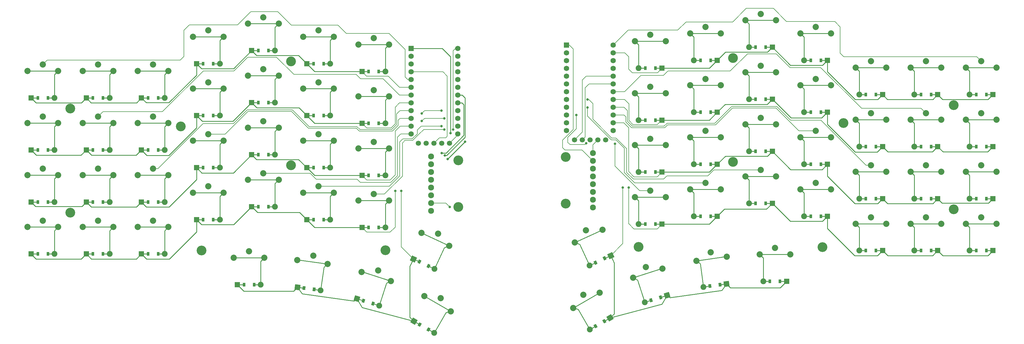
<source format=gbr>
%TF.GenerationSoftware,KiCad,Pcbnew,6.0.9*%
%TF.CreationDate,2022-10-31T19:27:22+01:00*%
%TF.ProjectId,neok(both),6e656f6b-2862-46f7-9468-292e6b696361,v1.0.0*%
%TF.SameCoordinates,Original*%
%TF.FileFunction,Copper,L1,Top*%
%TF.FilePolarity,Positive*%
%FSLAX46Y46*%
G04 Gerber Fmt 4.6, Leading zero omitted, Abs format (unit mm)*
G04 Created by KiCad (PCBNEW 6.0.9) date 2022-10-31 19:27:22*
%MOMM*%
%LPD*%
G01*
G04 APERTURE LIST*
G04 Aperture macros list*
%AMRotRect*
0 Rectangle, with rotation*
0 The origin of the aperture is its center*
0 $1 length*
0 $2 width*
0 $3 Rotation angle, in degrees counterclockwise*
0 Add horizontal line*
21,1,$1,$2,0,0,$3*%
G04 Aperture macros list end*
%TA.AperFunction,ComponentPad*%
%ADD10C,1.905000*%
%TD*%
%TA.AperFunction,SMDPad,CuDef*%
%ADD11R,0.900000X1.200000*%
%TD*%
%TA.AperFunction,ComponentPad*%
%ADD12R,1.778000X1.778000*%
%TD*%
%TA.AperFunction,ComponentPad*%
%ADD13C,3.200000*%
%TD*%
%TA.AperFunction,ComponentPad*%
%ADD14C,2.032000*%
%TD*%
%TA.AperFunction,SMDPad,CuDef*%
%ADD15RotRect,0.900000X1.200000X342.500000*%
%TD*%
%TA.AperFunction,ComponentPad*%
%ADD16RotRect,1.778000X1.778000X342.500000*%
%TD*%
%TA.AperFunction,ComponentPad*%
%ADD17R,1.752600X1.752600*%
%TD*%
%TA.AperFunction,ComponentPad*%
%ADD18C,1.752600*%
%TD*%
%TA.AperFunction,ComponentPad*%
%ADD19C,1.700000*%
%TD*%
%TA.AperFunction,ComponentPad*%
%ADD20C,1.930400*%
%TD*%
%TA.AperFunction,SMDPad,CuDef*%
%ADD21RotRect,0.900000X1.200000X352.500000*%
%TD*%
%TA.AperFunction,ComponentPad*%
%ADD22RotRect,1.778000X1.778000X352.500000*%
%TD*%
%TA.AperFunction,SMDPad,CuDef*%
%ADD23RotRect,0.900000X1.200000X335.000000*%
%TD*%
%TA.AperFunction,ComponentPad*%
%ADD24RotRect,1.778000X1.778000X335.000000*%
%TD*%
%TA.AperFunction,SMDPad,CuDef*%
%ADD25RotRect,0.900000X1.200000X330.000000*%
%TD*%
%TA.AperFunction,ComponentPad*%
%ADD26RotRect,1.778000X1.778000X330.000000*%
%TD*%
%TA.AperFunction,SMDPad,CuDef*%
%ADD27RotRect,0.900000X1.200000X205.000000*%
%TD*%
%TA.AperFunction,ComponentPad*%
%ADD28RotRect,1.778000X1.778000X205.000000*%
%TD*%
%TA.AperFunction,SMDPad,CuDef*%
%ADD29RotRect,0.900000X1.200000X197.500000*%
%TD*%
%TA.AperFunction,ComponentPad*%
%ADD30RotRect,1.778000X1.778000X197.500000*%
%TD*%
%TA.AperFunction,SMDPad,CuDef*%
%ADD31RotRect,0.900000X1.200000X210.000000*%
%TD*%
%TA.AperFunction,ComponentPad*%
%ADD32RotRect,1.778000X1.778000X210.000000*%
%TD*%
%TA.AperFunction,SMDPad,CuDef*%
%ADD33RotRect,0.900000X1.200000X187.500000*%
%TD*%
%TA.AperFunction,ComponentPad*%
%ADD34RotRect,1.778000X1.778000X187.500000*%
%TD*%
%TA.AperFunction,ViaPad*%
%ADD35C,0.800000*%
%TD*%
%TA.AperFunction,Conductor*%
%ADD36C,0.250000*%
%TD*%
%TA.AperFunction,Conductor*%
%ADD37C,0.200000*%
%TD*%
G04 APERTURE END LIST*
D10*
%TO.P,D17,1*%
%TO.N,N/C*%
X130060004Y-148800004D03*
D11*
X124600004Y-148800004D03*
%TO.P,D17,2*%
X127900004Y-148800004D03*
D12*
X122440004Y-148800004D03*
%TD*%
D11*
%TO.P,D3,1*%
%TO.N,N/C*%
X52599993Y-130270002D03*
D10*
X58059993Y-130270002D03*
D11*
%TO.P,D3,2*%
X55899993Y-130270002D03*
D12*
X50439993Y-130270002D03*
%TD*%
D13*
%TO.P,,*%
%TO.N,*%
X99252017Y-122553558D03*
%TD*%
D14*
%TO.P,S17,1*%
%TO.N,N/C*%
X131249995Y-140000005D03*
X121249995Y-140000005D03*
%TO.P,S17,2*%
X126249995Y-137900005D03*
X126249995Y-137900005D03*
%TD*%
D10*
%TO.P,D20,1*%
%TO.N,N/C*%
X130059997Y-97800000D03*
D11*
X124599997Y-97800000D03*
%TO.P,D20,2*%
X127899997Y-97800000D03*
D12*
X122439997Y-97800000D03*
%TD*%
D15*
%TO.P,D31,1*%
%TO.N,N/C*%
X158874516Y-179522303D03*
D10*
X164081811Y-181164157D03*
D16*
%TO.P,D31,2*%
X156814487Y-178872779D03*
D15*
X162021782Y-180514633D03*
%TD*%
D13*
%TO.P,,*%
%TO.N,*%
X63251752Y-116770005D03*
%TD*%
D11*
%TO.P,D29,1*%
%TO.N,N/C*%
X119920002Y-174300000D03*
D10*
X125380002Y-174300000D03*
D11*
%TO.P,D29,2*%
X123220002Y-174300000D03*
D12*
X117760002Y-174300000D03*
%TD*%
D14*
%TO.P,S10,1*%
%TO.N,N/C*%
X95249996Y-138470007D03*
X85249996Y-138470007D03*
%TO.P,S10,2*%
X90249996Y-136370007D03*
X90249996Y-136370007D03*
%TD*%
%TO.P,S22,1*%
%TO.N,N/C*%
X149250001Y-127250005D03*
X139250001Y-127250005D03*
%TO.P,S22,2*%
X144250001Y-125150005D03*
X144250001Y-125150005D03*
%TD*%
D10*
%TO.P,D26,1*%
%TO.N,N/C*%
X166060003Y-138599996D03*
D11*
X160600003Y-138599996D03*
%TO.P,D26,2*%
X163900003Y-138599996D03*
D12*
X158440003Y-138599996D03*
%TD*%
D14*
%TO.P,S19,1*%
%TO.N,N/C*%
X131249996Y-105999999D03*
X121249996Y-105999999D03*
%TO.P,S19,2*%
X126249996Y-103899999D03*
X126249996Y-103899999D03*
%TD*%
D13*
%TO.P,,*%
%TO.N,*%
X63251754Y-150770000D03*
%TD*%
D14*
%TO.P,S9,1*%
%TO.N,N/C*%
X85250001Y-155470004D03*
X95250001Y-155470004D03*
%TO.P,S9,2*%
X90250001Y-153370004D03*
X90250001Y-153370004D03*
%TD*%
%TO.P,S27,1*%
%TO.N,N/C*%
X157249998Y-112799996D03*
X167249998Y-112799996D03*
%TO.P,S27,2*%
X162249998Y-110699996D03*
X162249998Y-110699996D03*
%TD*%
D10*
%TO.P,D4,1*%
%TO.N,N/C*%
X58060001Y-113270001D03*
D11*
X52600001Y-113270001D03*
D12*
%TO.P,D4,2*%
X50440001Y-113270001D03*
D11*
X55900001Y-113270001D03*
%TD*%
D14*
%TO.P,S1,1*%
%TO.N,N/C*%
X59249999Y-155469994D03*
X49249999Y-155469994D03*
%TO.P,S1,2*%
X54249999Y-153369994D03*
X54249999Y-153369994D03*
%TD*%
D11*
%TO.P,D12,1*%
%TO.N,N/C*%
X88600009Y-113270007D03*
D10*
X94060009Y-113270007D03*
D11*
%TO.P,D12,2*%
X91900009Y-113270007D03*
D12*
X86440009Y-113270007D03*
%TD*%
D14*
%TO.P,S2,1*%
%TO.N,N/C*%
X59250003Y-138469992D03*
X49250003Y-138469992D03*
%TO.P,S2,2*%
X54250003Y-136369992D03*
X54250003Y-136369992D03*
%TD*%
D11*
%TO.P,D5,1*%
%TO.N,N/C*%
X70600008Y-164270003D03*
D10*
X76060008Y-164270003D03*
D12*
%TO.P,D5,2*%
X68440008Y-164270003D03*
D11*
X73900008Y-164270003D03*
%TD*%
D10*
%TO.P,D7,1*%
%TO.N,N/C*%
X76060000Y-130270007D03*
D11*
X70600000Y-130270007D03*
%TO.P,D7,2*%
X73900000Y-130270007D03*
D12*
X68440000Y-130270007D03*
%TD*%
D11*
%TO.P,D13,1*%
%TO.N,N/C*%
X106600009Y-153049999D03*
D10*
X112060009Y-153049999D03*
D12*
%TO.P,D13,2*%
X104440009Y-153049999D03*
D11*
X109900009Y-153049999D03*
%TD*%
D17*
%TO.P,MCU1,1*%
%TO.N,N/C*%
X174449998Y-97100006D03*
D18*
%TO.P,MCU1,2*%
X174449998Y-99640006D03*
%TO.P,MCU1,3*%
X174449998Y-102180006D03*
%TO.P,MCU1,4*%
X174449998Y-104720006D03*
%TO.P,MCU1,5*%
X174449998Y-107260006D03*
%TO.P,MCU1,6*%
X174449998Y-109800006D03*
%TO.P,MCU1,7*%
X174449998Y-112340006D03*
%TO.P,MCU1,8*%
X174449998Y-114880006D03*
%TO.P,MCU1,9*%
X174449998Y-117420006D03*
%TO.P,MCU1,10*%
X174449998Y-119960006D03*
%TO.P,MCU1,11*%
X174449998Y-122500006D03*
%TO.P,MCU1,12*%
X174449998Y-125040006D03*
%TO.P,MCU1,13*%
X189689998Y-97100006D03*
%TO.P,MCU1,14*%
X189689998Y-99640006D03*
%TO.P,MCU1,15*%
X189689998Y-102180006D03*
%TO.P,MCU1,16*%
X189689998Y-104720006D03*
%TO.P,MCU1,17*%
X189689998Y-107260006D03*
%TO.P,MCU1,18*%
X189689998Y-109800006D03*
%TO.P,MCU1,19*%
X189689998Y-112340006D03*
%TO.P,MCU1,20*%
X189689998Y-114880006D03*
%TO.P,MCU1,21*%
X189689998Y-117420006D03*
%TO.P,MCU1,22*%
X189689998Y-119960006D03*
%TO.P,MCU1,23*%
X189689998Y-122500006D03*
%TO.P,MCU1,24*%
X189689998Y-125040006D03*
%TD*%
D14*
%TO.P,S5,1*%
%TO.N,N/C*%
X77250010Y-155469998D03*
X67250010Y-155469998D03*
%TO.P,S5,2*%
X72250010Y-153369998D03*
X72250010Y-153369998D03*
%TD*%
D11*
%TO.P,D23,1*%
%TO.N,N/C*%
X142600002Y-119050000D03*
D10*
X148060002Y-119050000D03*
D12*
%TO.P,D23,2*%
X140440002Y-119050000D03*
D11*
X145900002Y-119050000D03*
%TD*%
%TO.P,D1,1*%
%TO.N,N/C*%
X52600007Y-164270002D03*
D10*
X58060007Y-164270002D03*
D12*
%TO.P,D1,2*%
X50440007Y-164270002D03*
D11*
X55900007Y-164270002D03*
%TD*%
%TO.P,D24,1*%
%TO.N,N/C*%
X142600006Y-102049995D03*
D10*
X148060006Y-102049995D03*
D11*
%TO.P,D24,2*%
X145900006Y-102049995D03*
D12*
X140440006Y-102049995D03*
%TD*%
D14*
%TO.P,S33,1*%
%TO.N,N/C*%
X186897745Y-161643723D03*
X177834667Y-157417540D03*
%TO.P,S33,2*%
X183253705Y-157627385D03*
X183253705Y-157627385D03*
%TD*%
D11*
%TO.P,D16,1*%
%TO.N,N/C*%
X106599996Y-102049998D03*
D10*
X112059996Y-102049998D03*
D11*
%TO.P,D16,2*%
X109899996Y-102049998D03*
D12*
X104439996Y-102049998D03*
%TD*%
D10*
%TO.P,D28,1*%
%TO.N,N/C*%
X166060009Y-104600009D03*
D11*
X160600009Y-104600009D03*
D12*
%TO.P,D28,2*%
X158440009Y-104600009D03*
D11*
X163900009Y-104600009D03*
%TD*%
D19*
%TO.P,REF\u002A\u002A,1*%
%TO.N,N/C*%
X187021751Y-128079994D03*
%TO.P,REF\u002A\u002A,2*%
X184481751Y-128079994D03*
%TO.P,REF\u002A\u002A,3*%
X181941751Y-128079994D03*
%TO.P,REF\u002A\u002A,4*%
X179401751Y-128079994D03*
%TO.P,REF\u002A\u002A,5*%
X176861751Y-128079994D03*
%TD*%
D14*
%TO.P,S31,1*%
%TO.N,N/C*%
X158325773Y-170122235D03*
X167862943Y-173129293D03*
%TO.P,S31,2*%
X163725840Y-169622958D03*
X163725840Y-169622958D03*
%TD*%
%TO.P,S13,1*%
%TO.N,N/C*%
X103249997Y-144250002D03*
X113249997Y-144250002D03*
%TO.P,S13,2*%
X108249997Y-142150002D03*
X108249997Y-142150002D03*
%TD*%
D13*
%TO.P,REF\u002A\u002A,*%
%TO.N,*%
X189886757Y-133639998D03*
X189886757Y-148879998D03*
D20*
%TO.P,REF\u002A\u002A,1*%
%TO.N,N/C*%
X180996757Y-150149998D03*
%TO.P,REF\u002A\u002A,2*%
X180996757Y-147609998D03*
%TO.P,REF\u002A\u002A,3*%
X180996757Y-145069998D03*
%TO.P,REF\u002A\u002A,4*%
X180996757Y-142529998D03*
%TO.P,REF\u002A\u002A,5*%
X180996757Y-139989998D03*
%TO.P,REF\u002A\u002A,6*%
X180996757Y-137449998D03*
%TO.P,REF\u002A\u002A,7*%
X180996757Y-134909998D03*
%TO.P,REF\u002A\u002A,8*%
X180996757Y-132369998D03*
%TD*%
D10*
%TO.P,D22,1*%
%TO.N,N/C*%
X148059996Y-136050003D03*
D11*
X142599996Y-136050003D03*
D12*
%TO.P,D22,2*%
X140439996Y-136050003D03*
D11*
X145899996Y-136050003D03*
%TD*%
D21*
%TO.P,D30,1*%
%TO.N,N/C*%
X139501193Y-175432676D03*
D10*
X144914482Y-176145349D03*
D22*
%TO.P,D30,2*%
X137359672Y-175150739D03*
D21*
X142772961Y-175863412D03*
%TD*%
D13*
%TO.P,,*%
%TO.N,*%
X135251748Y-135299998D03*
%TD*%
D10*
%TO.P,D2,1*%
%TO.N,N/C*%
X58060004Y-147269998D03*
D11*
X52600004Y-147269998D03*
D12*
%TO.P,D2,2*%
X50440004Y-147269998D03*
D11*
X55900004Y-147269998D03*
%TD*%
D10*
%TO.P,D33,1*%
%TO.N,N/C*%
X182100193Y-169116315D03*
D23*
X177151752Y-166808819D03*
D24*
%TO.P,D33,2*%
X175194127Y-165895963D03*
D23*
X180142568Y-168203459D03*
%TD*%
D14*
%TO.P,S26,1*%
%TO.N,N/C*%
X167249995Y-129800000D03*
X157249995Y-129800000D03*
%TO.P,S26,2*%
X162249995Y-127700000D03*
X162249995Y-127700000D03*
%TD*%
D11*
%TO.P,D27,1*%
%TO.N,N/C*%
X160600004Y-121600005D03*
D10*
X166060004Y-121600005D03*
D12*
%TO.P,D27,2*%
X158440004Y-121600005D03*
D11*
X163900004Y-121600005D03*
%TD*%
%TO.P,D21,1*%
%TO.N,N/C*%
X142599995Y-153050003D03*
D10*
X148059995Y-153050003D03*
D12*
%TO.P,D21,2*%
X140439995Y-153050003D03*
D11*
X145899995Y-153050003D03*
%TD*%
D14*
%TO.P,S3,1*%
%TO.N,N/C*%
X59250002Y-121469998D03*
X49250002Y-121469998D03*
%TO.P,S3,2*%
X54250002Y-119369998D03*
X54250002Y-119369998D03*
%TD*%
%TO.P,S6,1*%
%TO.N,N/C*%
X77249996Y-138469999D03*
X67249996Y-138469999D03*
%TO.P,S6,2*%
X72249996Y-136369999D03*
X72249996Y-136369999D03*
%TD*%
%TO.P,S28,1*%
%TO.N,N/C*%
X167250009Y-95799999D03*
X157250009Y-95799999D03*
%TO.P,S28,2*%
X162250009Y-93699999D03*
X162250009Y-93699999D03*
%TD*%
%TO.P,S29,1*%
%TO.N,N/C*%
X116570000Y-165500004D03*
X126570000Y-165500004D03*
%TO.P,S29,2*%
X121570000Y-163400004D03*
X121570000Y-163400004D03*
%TD*%
%TO.P,S20,1*%
%TO.N,N/C*%
X131250006Y-89000005D03*
X121250006Y-89000005D03*
%TO.P,S20,2*%
X126250006Y-86900005D03*
X126250006Y-86900005D03*
%TD*%
D17*
%TO.P,MCU1,1*%
%TO.N,N/C*%
X225172019Y-96006448D03*
D18*
%TO.P,MCU1,2*%
X225172019Y-98546448D03*
%TO.P,MCU1,3*%
X225172019Y-101086448D03*
%TO.P,MCU1,4*%
X225172019Y-103626448D03*
%TO.P,MCU1,5*%
X225172019Y-106166448D03*
%TO.P,MCU1,6*%
X225172019Y-108706448D03*
%TO.P,MCU1,7*%
X225172019Y-111246448D03*
%TO.P,MCU1,8*%
X225172019Y-113786448D03*
%TO.P,MCU1,9*%
X225172019Y-116326448D03*
%TO.P,MCU1,10*%
X225172019Y-118866448D03*
%TO.P,MCU1,11*%
X225172019Y-121406448D03*
%TO.P,MCU1,12*%
X225172019Y-123946448D03*
%TO.P,MCU1,13*%
X240412019Y-96006448D03*
%TO.P,MCU1,14*%
X240412019Y-98546448D03*
%TO.P,MCU1,15*%
X240412019Y-101086448D03*
%TO.P,MCU1,16*%
X240412019Y-103626448D03*
%TO.P,MCU1,17*%
X240412019Y-106166448D03*
%TO.P,MCU1,18*%
X240412019Y-108706448D03*
%TO.P,MCU1,19*%
X240412019Y-111246448D03*
%TO.P,MCU1,20*%
X240412019Y-113786448D03*
%TO.P,MCU1,21*%
X240412019Y-116326448D03*
%TO.P,MCU1,22*%
X240412019Y-118866448D03*
%TO.P,MCU1,23*%
X240412019Y-121406448D03*
%TO.P,MCU1,24*%
X240412019Y-123946448D03*
%TD*%
D13*
%TO.P,,*%
%TO.N,*%
X135251756Y-101290004D03*
%TD*%
D14*
%TO.P,S24,1*%
%TO.N,N/C*%
X139249992Y-93250007D03*
X149249992Y-93250007D03*
%TO.P,S24,2*%
X144249992Y-91150007D03*
X144249992Y-91150007D03*
%TD*%
D13*
%TO.P,REF\u002A\u002A,*%
%TO.N,*%
X224935260Y-147786440D03*
X224935260Y-132546440D03*
D20*
%TO.P,REF\u002A\u002A,1*%
%TO.N,N/C*%
X233825260Y-131276440D03*
%TO.P,REF\u002A\u002A,2*%
X233825260Y-133816440D03*
%TO.P,REF\u002A\u002A,3*%
X233825260Y-136356440D03*
%TO.P,REF\u002A\u002A,4*%
X233825260Y-138896440D03*
%TO.P,REF\u002A\u002A,5*%
X233825260Y-141436440D03*
%TO.P,REF\u002A\u002A,6*%
X233825260Y-143976440D03*
%TO.P,REF\u002A\u002A,7*%
X233825260Y-146516440D03*
%TO.P,REF\u002A\u002A,8*%
X233825260Y-149056440D03*
%TD*%
D14*
%TO.P,S23,1*%
%TO.N,N/C*%
X149250006Y-110250004D03*
X139250006Y-110250004D03*
%TO.P,S23,2*%
X144250006Y-108150004D03*
X144250006Y-108150004D03*
%TD*%
D10*
%TO.P,D19,1*%
%TO.N,N/C*%
X130059998Y-114800004D03*
D11*
X124599998Y-114800004D03*
%TO.P,D19,2*%
X127899998Y-114800004D03*
D12*
X122439998Y-114800004D03*
%TD*%
D14*
%TO.P,S8,1*%
%TO.N,N/C*%
X77250001Y-104470003D03*
X67250001Y-104470003D03*
%TO.P,S8,2*%
X72250001Y-102370003D03*
X72250001Y-102370003D03*
%TD*%
D10*
%TO.P,D14,1*%
%TO.N,N/C*%
X112060000Y-136050002D03*
D11*
X106600000Y-136050002D03*
D12*
%TO.P,D14,2*%
X104440000Y-136050002D03*
D11*
X109900000Y-136050002D03*
%TD*%
%TO.P,D15,1*%
%TO.N,N/C*%
X106599997Y-119050007D03*
D10*
X112059997Y-119050007D03*
D11*
%TO.P,D15,2*%
X109899997Y-119050007D03*
D12*
X104439997Y-119050007D03*
%TD*%
D19*
%TO.P,REF\u002A\u002A,1*%
%TO.N,N/C*%
X237960266Y-126986436D03*
%TO.P,REF\u002A\u002A,2*%
X235420266Y-126986436D03*
%TO.P,REF\u002A\u002A,3*%
X232880266Y-126986436D03*
%TO.P,REF\u002A\u002A,4*%
X230340266Y-126986436D03*
%TO.P,REF\u002A\u002A,5*%
X227800266Y-126986436D03*
%TD*%
D10*
%TO.P,D32,1*%
%TO.N,N/C*%
X181987888Y-190068274D03*
D25*
X177259389Y-187338274D03*
%TO.P,D32,2*%
X180117273Y-188988274D03*
D26*
X175388774Y-186258274D03*
%TD*%
D14*
%TO.P,S21,1*%
%TO.N,N/C*%
X149250003Y-144249998D03*
X139250003Y-144249998D03*
%TO.P,S21,2*%
X144250003Y-142149998D03*
X144250003Y-142149998D03*
%TD*%
%TO.P,S30,1*%
%TO.N,N/C*%
X137328493Y-166270697D03*
X147242942Y-167575958D03*
%TO.P,S30,2*%
X142559823Y-164841293D03*
X142559823Y-164841293D03*
%TD*%
%TO.P,S16,1*%
%TO.N,N/C*%
X103250007Y-93250000D03*
X113250007Y-93250000D03*
%TO.P,S16,2*%
X108250007Y-91150000D03*
X108250007Y-91150000D03*
%TD*%
D10*
%TO.P,D18,1*%
%TO.N,N/C*%
X130060002Y-131800007D03*
D11*
X124600002Y-131800007D03*
%TO.P,D18,2*%
X127900002Y-131800007D03*
D12*
X122440002Y-131800007D03*
%TD*%
D11*
%TO.P,D6,1*%
%TO.N,N/C*%
X70600002Y-147270008D03*
D10*
X76060002Y-147270008D03*
D11*
%TO.P,D6,2*%
X73900002Y-147270008D03*
D12*
X68440002Y-147270008D03*
%TD*%
D11*
%TO.P,D9,1*%
%TO.N,N/C*%
X88600007Y-164270004D03*
D10*
X94060007Y-164270004D03*
D11*
%TO.P,D9,2*%
X91900007Y-164270004D03*
D12*
X86440007Y-164270004D03*
%TD*%
D14*
%TO.P,S7,1*%
%TO.N,N/C*%
X67250004Y-121469999D03*
X77250004Y-121469999D03*
%TO.P,S7,2*%
X72250004Y-119369999D03*
X72250004Y-119369999D03*
%TD*%
%TO.P,S15,1*%
%TO.N,N/C*%
X103250000Y-110249998D03*
X113250000Y-110249998D03*
%TO.P,S15,2*%
X108250000Y-108149998D03*
X108250000Y-108149998D03*
%TD*%
D11*
%TO.P,D11,1*%
%TO.N,N/C*%
X88599998Y-130270000D03*
D10*
X94059998Y-130270000D03*
D12*
%TO.P,D11,2*%
X86439998Y-130270000D03*
D11*
X91899998Y-130270000D03*
%TD*%
D14*
%TO.P,S4,1*%
%TO.N,N/C*%
X49250004Y-104470000D03*
X59250004Y-104470000D03*
%TO.P,S4,2*%
X54250004Y-102370000D03*
X54250004Y-102370000D03*
%TD*%
D10*
%TO.P,D8,1*%
%TO.N,N/C*%
X76060001Y-113270000D03*
D11*
X70600001Y-113270000D03*
%TO.P,D8,2*%
X73900001Y-113270000D03*
D12*
X68440001Y-113270000D03*
%TD*%
D14*
%TO.P,S18,1*%
%TO.N,N/C*%
X131249989Y-123000002D03*
X121249989Y-123000002D03*
%TO.P,S18,2*%
X126249989Y-120900002D03*
X126249989Y-120900002D03*
%TD*%
%TO.P,S25,1*%
%TO.N,N/C*%
X167249997Y-146800002D03*
X157249997Y-146800002D03*
%TO.P,S25,2*%
X162249997Y-144700002D03*
X162249997Y-144700002D03*
%TD*%
%TO.P,S12,1*%
%TO.N,N/C*%
X85249999Y-104470003D03*
X95249999Y-104470003D03*
%TO.P,S12,2*%
X90249999Y-102370003D03*
X90249999Y-102370003D03*
%TD*%
D13*
%TO.P,,*%
%TO.N,*%
X166091754Y-163060004D03*
%TD*%
%TO.P,,*%
%TO.N,*%
X106051752Y-163150006D03*
%TD*%
D14*
%TO.P,S11,1*%
%TO.N,N/C*%
X85249998Y-121470004D03*
X95249998Y-121470004D03*
%TO.P,S11,2*%
X90249998Y-119370004D03*
X90249998Y-119370004D03*
%TD*%
%TO.P,S32,1*%
%TO.N,N/C*%
X187418459Y-183042260D03*
X178758205Y-178042260D03*
%TO.P,S32,2*%
X184138332Y-178723607D03*
X184138332Y-178723607D03*
%TD*%
%TO.P,S14,1*%
%TO.N,N/C*%
X113249999Y-127250001D03*
X103249999Y-127250001D03*
%TO.P,S14,2*%
X108249999Y-125150001D03*
X108249999Y-125150001D03*
%TD*%
D11*
%TO.P,D25,1*%
%TO.N,N/C*%
X160599996Y-155600002D03*
D10*
X166059996Y-155600002D03*
D12*
%TO.P,D25,2*%
X158439996Y-155600002D03*
D11*
X163899996Y-155600002D03*
%TD*%
%TO.P,D10,1*%
%TO.N,N/C*%
X88600006Y-147270001D03*
D10*
X94060006Y-147270001D03*
D12*
%TO.P,D10,2*%
X86440006Y-147270001D03*
D11*
X91900006Y-147270001D03*
%TD*%
D10*
%TO.P,D15,1*%
%TO.N,N/C*%
X302762020Y-117956449D03*
D11*
X308222020Y-117956449D03*
D12*
%TO.P,D15,2*%
X310382020Y-117956449D03*
D11*
X304922020Y-117956449D03*
%TD*%
D14*
%TO.P,S19,1*%
%TO.N,N/C*%
X293572021Y-104906441D03*
X283572021Y-104906441D03*
%TO.P,S19,2*%
X288572021Y-102806441D03*
X288572021Y-102806441D03*
%TD*%
%TO.P,S15,1*%
%TO.N,N/C*%
X311572017Y-109156440D03*
X301572017Y-109156440D03*
%TO.P,S15,2*%
X306572017Y-107056440D03*
X306572017Y-107056440D03*
%TD*%
%TO.P,S26,1*%
%TO.N,N/C*%
X247572022Y-128706442D03*
X257572022Y-128706442D03*
%TO.P,S26,2*%
X252572022Y-126606442D03*
X252572022Y-126606442D03*
%TD*%
D10*
%TO.P,D10,1*%
%TO.N,N/C*%
X320762011Y-146176443D03*
D11*
X326222011Y-146176443D03*
%TO.P,D10,2*%
X322922011Y-146176443D03*
D12*
X328382011Y-146176443D03*
%TD*%
D14*
%TO.P,S33,1*%
%TO.N,N/C*%
X227924272Y-160550165D03*
X236987350Y-156323982D03*
%TO.P,S33,2*%
X231568312Y-156533827D03*
X231568312Y-156533827D03*
%TD*%
%TO.P,S17,1*%
%TO.N,N/C*%
X293572022Y-138906447D03*
X283572022Y-138906447D03*
%TO.P,S17,2*%
X288572022Y-136806447D03*
X288572022Y-136806447D03*
%TD*%
D10*
%TO.P,D13,1*%
%TO.N,N/C*%
X302762008Y-151956441D03*
D11*
X308222008Y-151956441D03*
%TO.P,D13,2*%
X304922008Y-151956441D03*
D12*
X310382008Y-151956441D03*
%TD*%
D13*
%TO.P,,*%
%TO.N,*%
X308770265Y-162056448D03*
%TD*%
D10*
%TO.P,D9,1*%
%TO.N,N/C*%
X320762010Y-163176446D03*
D11*
X326222010Y-163176446D03*
%TO.P,D9,2*%
X322922010Y-163176446D03*
D12*
X328382010Y-163176446D03*
%TD*%
D14*
%TO.P,S1,1*%
%TO.N,N/C*%
X355572018Y-154376436D03*
X365572018Y-154376436D03*
%TO.P,S1,2*%
X360572018Y-152276436D03*
X360572018Y-152276436D03*
%TD*%
D10*
%TO.P,D28,1*%
%TO.N,N/C*%
X248762008Y-103506451D03*
D11*
X254222008Y-103506451D03*
%TO.P,D28,2*%
X250922008Y-103506451D03*
D12*
X256382008Y-103506451D03*
%TD*%
D11*
%TO.P,D12,1*%
%TO.N,N/C*%
X326222008Y-112176449D03*
D10*
X320762008Y-112176449D03*
D12*
%TO.P,D12,2*%
X328382008Y-112176449D03*
D11*
X322922008Y-112176449D03*
%TD*%
D14*
%TO.P,S12,1*%
%TO.N,N/C*%
X319572018Y-103376445D03*
X329572018Y-103376445D03*
%TO.P,S12,2*%
X324572018Y-101276445D03*
X324572018Y-101276445D03*
%TD*%
D11*
%TO.P,D3,1*%
%TO.N,N/C*%
X362222024Y-129176444D03*
D10*
X356762024Y-129176444D03*
D11*
%TO.P,D3,2*%
X358922024Y-129176444D03*
D12*
X364382024Y-129176444D03*
%TD*%
D11*
%TO.P,D25,1*%
%TO.N,N/C*%
X254222021Y-154506444D03*
D10*
X248762021Y-154506444D03*
D12*
%TO.P,D25,2*%
X256382021Y-154506444D03*
D11*
X250922021Y-154506444D03*
%TD*%
D14*
%TO.P,S11,1*%
%TO.N,N/C*%
X319572019Y-120376446D03*
X329572019Y-120376446D03*
%TO.P,S11,2*%
X324572019Y-118276446D03*
X324572019Y-118276446D03*
%TD*%
%TO.P,S21,1*%
%TO.N,N/C*%
X275572014Y-143156440D03*
X265572014Y-143156440D03*
%TO.P,S21,2*%
X270572014Y-141056440D03*
X270572014Y-141056440D03*
%TD*%
D11*
%TO.P,D5,1*%
%TO.N,N/C*%
X344222009Y-163176445D03*
D10*
X338762009Y-163176445D03*
D12*
%TO.P,D5,2*%
X346382009Y-163176445D03*
D11*
X340922009Y-163176445D03*
%TD*%
%TO.P,D23,1*%
%TO.N,N/C*%
X272222015Y-117956442D03*
D10*
X266762015Y-117956442D03*
D11*
%TO.P,D23,2*%
X268922015Y-117956442D03*
D12*
X274382015Y-117956442D03*
%TD*%
D10*
%TO.P,D19,1*%
%TO.N,N/C*%
X284762019Y-113706446D03*
D11*
X290222019Y-113706446D03*
D12*
%TO.P,D19,2*%
X292382019Y-113706446D03*
D11*
X286922019Y-113706446D03*
%TD*%
%TO.P,D22,1*%
%TO.N,N/C*%
X272222021Y-134956445D03*
D10*
X266762021Y-134956445D03*
D12*
%TO.P,D22,2*%
X274382021Y-134956445D03*
D11*
X268922021Y-134956445D03*
%TD*%
D14*
%TO.P,S25,1*%
%TO.N,N/C*%
X247572020Y-145706444D03*
X257572020Y-145706444D03*
%TO.P,S25,2*%
X252572020Y-143606444D03*
X252572020Y-143606444D03*
%TD*%
D11*
%TO.P,D1,1*%
%TO.N,N/C*%
X362222010Y-163176444D03*
D10*
X356762010Y-163176444D03*
D12*
%TO.P,D1,2*%
X364382010Y-163176444D03*
D11*
X358922010Y-163176444D03*
%TD*%
D10*
%TO.P,D29,1*%
%TO.N,N/C*%
X289442015Y-173206442D03*
D11*
X294902015Y-173206442D03*
D12*
%TO.P,D29,2*%
X297062015Y-173206442D03*
D11*
X291602015Y-173206442D03*
%TD*%
D14*
%TO.P,S3,1*%
%TO.N,N/C*%
X365572015Y-120376440D03*
X355572015Y-120376440D03*
%TO.P,S3,2*%
X360572015Y-118276440D03*
X360572015Y-118276440D03*
%TD*%
D27*
%TO.P,D33,1*%
%TO.N,N/C*%
X237670265Y-165715261D03*
D10*
X232721824Y-168022757D03*
D27*
%TO.P,D33,2*%
X234679449Y-167109901D03*
D28*
X239627890Y-164802405D03*
%TD*%
D14*
%TO.P,S30,1*%
%TO.N,N/C*%
X277493524Y-165177139D03*
X267579075Y-166482400D03*
%TO.P,S30,2*%
X272262194Y-163747735D03*
X272262194Y-163747735D03*
%TD*%
%TO.P,S20,1*%
%TO.N,N/C*%
X283572011Y-87906447D03*
X293572011Y-87906447D03*
%TO.P,S20,2*%
X288572011Y-85806447D03*
X288572011Y-85806447D03*
%TD*%
%TO.P,S10,1*%
%TO.N,N/C*%
X319572021Y-137376449D03*
X329572021Y-137376449D03*
%TO.P,S10,2*%
X324572021Y-135276449D03*
X324572021Y-135276449D03*
%TD*%
%TO.P,S18,1*%
%TO.N,N/C*%
X283572028Y-121906444D03*
X293572028Y-121906444D03*
%TO.P,S18,2*%
X288572028Y-119806444D03*
X288572028Y-119806444D03*
%TD*%
%TO.P,S13,1*%
%TO.N,N/C*%
X301572020Y-143156444D03*
X311572020Y-143156444D03*
%TO.P,S13,2*%
X306572020Y-141056444D03*
X306572020Y-141056444D03*
%TD*%
D10*
%TO.P,D27,1*%
%TO.N,N/C*%
X248762013Y-120506447D03*
D11*
X254222013Y-120506447D03*
%TO.P,D27,2*%
X250922013Y-120506447D03*
D12*
X256382013Y-120506447D03*
%TD*%
D10*
%TO.P,D31,1*%
%TO.N,N/C*%
X250740206Y-180070599D03*
D29*
X255947501Y-178428745D03*
D30*
%TO.P,D31,2*%
X258007530Y-177779221D03*
D29*
X252800235Y-179421075D03*
%TD*%
D11*
%TO.P,D4,1*%
%TO.N,N/C*%
X362222016Y-112176443D03*
D10*
X356762016Y-112176443D03*
D11*
%TO.P,D4,2*%
X358922016Y-112176443D03*
D12*
X364382016Y-112176443D03*
%TD*%
D14*
%TO.P,S22,1*%
%TO.N,N/C*%
X275572016Y-126156447D03*
X265572016Y-126156447D03*
%TO.P,S22,2*%
X270572016Y-124056447D03*
X270572016Y-124056447D03*
%TD*%
D11*
%TO.P,D18,1*%
%TO.N,N/C*%
X290222015Y-130706449D03*
D10*
X284762015Y-130706449D03*
D12*
%TO.P,D18,2*%
X292382015Y-130706449D03*
D11*
X286922015Y-130706449D03*
%TD*%
%TO.P,D14,1*%
%TO.N,N/C*%
X308222017Y-134956444D03*
D10*
X302762017Y-134956444D03*
D12*
%TO.P,D14,2*%
X310382017Y-134956444D03*
D11*
X304922017Y-134956444D03*
%TD*%
D10*
%TO.P,D32,1*%
%TO.N,N/C*%
X232834129Y-188974716D03*
D31*
X237562628Y-186244716D03*
%TO.P,D32,2*%
X234704744Y-187894716D03*
D32*
X239433243Y-185164716D03*
%TD*%
D14*
%TO.P,S24,1*%
%TO.N,N/C*%
X275572025Y-92156449D03*
X265572025Y-92156449D03*
%TO.P,S24,2*%
X270572025Y-90056449D03*
X270572025Y-90056449D03*
%TD*%
%TO.P,S23,1*%
%TO.N,N/C*%
X275572011Y-109156446D03*
X265572011Y-109156446D03*
%TO.P,S23,2*%
X270572011Y-107056446D03*
X270572011Y-107056446D03*
%TD*%
D11*
%TO.P,D6,1*%
%TO.N,N/C*%
X344222015Y-146176450D03*
D10*
X338762015Y-146176450D03*
D12*
%TO.P,D6,2*%
X346382015Y-146176450D03*
D11*
X340922015Y-146176450D03*
%TD*%
D33*
%TO.P,D30,1*%
%TO.N,N/C*%
X275320824Y-174339118D03*
D10*
X269907535Y-175051791D03*
D34*
%TO.P,D30,2*%
X277462345Y-174057181D03*
D33*
X272049056Y-174769854D03*
%TD*%
D14*
%TO.P,S32,1*%
%TO.N,N/C*%
X227403558Y-181948702D03*
X236063812Y-176948702D03*
%TO.P,S32,2*%
X230683685Y-177630049D03*
X230683685Y-177630049D03*
%TD*%
%TO.P,S6,1*%
%TO.N,N/C*%
X347572021Y-137376441D03*
X337572021Y-137376441D03*
%TO.P,S6,2*%
X342572021Y-135276441D03*
X342572021Y-135276441D03*
%TD*%
D10*
%TO.P,D21,1*%
%TO.N,N/C*%
X266762022Y-151956445D03*
D11*
X272222022Y-151956445D03*
%TO.P,D21,2*%
X268922022Y-151956445D03*
D12*
X274382022Y-151956445D03*
%TD*%
D14*
%TO.P,S29,1*%
%TO.N,N/C*%
X298252017Y-164406446D03*
X288252017Y-164406446D03*
%TO.P,S29,2*%
X293252017Y-162306446D03*
X293252017Y-162306446D03*
%TD*%
%TO.P,S28,1*%
%TO.N,N/C*%
X247572008Y-94706441D03*
X257572008Y-94706441D03*
%TO.P,S28,2*%
X252572008Y-92606441D03*
X252572008Y-92606441D03*
%TD*%
D13*
%TO.P,,*%
%TO.N,*%
X351570265Y-115676447D03*
%TD*%
D14*
%TO.P,S16,1*%
%TO.N,N/C*%
X311572010Y-92156442D03*
X301572010Y-92156442D03*
%TO.P,S16,2*%
X306572010Y-90056442D03*
X306572010Y-90056442D03*
%TD*%
D13*
%TO.P,,*%
%TO.N,*%
X279570261Y-100196446D03*
%TD*%
D14*
%TO.P,S14,1*%
%TO.N,N/C*%
X301572018Y-126156443D03*
X311572018Y-126156443D03*
%TO.P,S14,2*%
X306572018Y-124056443D03*
X306572018Y-124056443D03*
%TD*%
%TO.P,S7,1*%
%TO.N,N/C*%
X337572013Y-120376441D03*
X347572013Y-120376441D03*
%TO.P,S7,2*%
X342572013Y-118276441D03*
X342572013Y-118276441D03*
%TD*%
D11*
%TO.P,D20,1*%
%TO.N,N/C*%
X290222020Y-96706442D03*
D10*
X284762020Y-96706442D03*
D12*
%TO.P,D20,2*%
X292382020Y-96706442D03*
D11*
X286922020Y-96706442D03*
%TD*%
D14*
%TO.P,S31,1*%
%TO.N,N/C*%
X256496244Y-169028677D03*
X246959074Y-172035735D03*
%TO.P,S31,2*%
X251096177Y-168529400D03*
X251096177Y-168529400D03*
%TD*%
D11*
%TO.P,D24,1*%
%TO.N,N/C*%
X272222011Y-100956437D03*
D10*
X266762011Y-100956437D03*
D11*
%TO.P,D24,2*%
X268922011Y-100956437D03*
D12*
X274382011Y-100956437D03*
%TD*%
D14*
%TO.P,S9,1*%
%TO.N,N/C*%
X329572016Y-154376446D03*
X319572016Y-154376446D03*
%TO.P,S9,2*%
X324572016Y-152276446D03*
X324572016Y-152276446D03*
%TD*%
D11*
%TO.P,D16,1*%
%TO.N,N/C*%
X308222021Y-100956440D03*
D10*
X302762021Y-100956440D03*
D11*
%TO.P,D16,2*%
X304922021Y-100956440D03*
D12*
X310382021Y-100956440D03*
%TD*%
D14*
%TO.P,S4,1*%
%TO.N,N/C*%
X355572013Y-103376442D03*
X365572013Y-103376442D03*
%TO.P,S4,2*%
X360572013Y-101276442D03*
X360572013Y-101276442D03*
%TD*%
%TO.P,S27,1*%
%TO.N,N/C*%
X247572019Y-111706438D03*
X257572019Y-111706438D03*
%TO.P,S27,2*%
X252572019Y-109606438D03*
X252572019Y-109606438D03*
%TD*%
D11*
%TO.P,D2,1*%
%TO.N,N/C*%
X362222013Y-146176440D03*
D10*
X356762013Y-146176440D03*
D11*
%TO.P,D2,2*%
X358922013Y-146176440D03*
D12*
X364382013Y-146176440D03*
%TD*%
D14*
%TO.P,S8,1*%
%TO.N,N/C*%
X347572016Y-103376445D03*
X337572016Y-103376445D03*
%TO.P,S8,2*%
X342572016Y-101276445D03*
X342572016Y-101276445D03*
%TD*%
D13*
%TO.P,,*%
%TO.N,*%
X315570000Y-121460000D03*
%TD*%
%TO.P,,*%
%TO.N,*%
X279570269Y-134206440D03*
%TD*%
%TO.P,,*%
%TO.N,*%
X248730263Y-161966446D03*
%TD*%
D14*
%TO.P,S2,1*%
%TO.N,N/C*%
X365572014Y-137376434D03*
X355572014Y-137376434D03*
%TO.P,S2,2*%
X360572014Y-135276434D03*
X360572014Y-135276434D03*
%TD*%
D10*
%TO.P,D26,1*%
%TO.N,N/C*%
X248762014Y-137506438D03*
D11*
X254222014Y-137506438D03*
%TO.P,D26,2*%
X250922014Y-137506438D03*
D12*
X256382014Y-137506438D03*
%TD*%
D10*
%TO.P,D17,1*%
%TO.N,N/C*%
X284762013Y-147706446D03*
D11*
X290222013Y-147706446D03*
%TO.P,D17,2*%
X286922013Y-147706446D03*
D12*
X292382013Y-147706446D03*
%TD*%
D11*
%TO.P,D7,1*%
%TO.N,N/C*%
X344222017Y-129176449D03*
D10*
X338762017Y-129176449D03*
D12*
%TO.P,D7,2*%
X346382017Y-129176449D03*
D11*
X340922017Y-129176449D03*
%TD*%
D10*
%TO.P,D11,1*%
%TO.N,N/C*%
X320762019Y-129176442D03*
D11*
X326222019Y-129176442D03*
D12*
%TO.P,D11,2*%
X328382019Y-129176442D03*
D11*
X322922019Y-129176442D03*
%TD*%
D10*
%TO.P,D8,1*%
%TO.N,N/C*%
X338762016Y-112176442D03*
D11*
X344222016Y-112176442D03*
D12*
%TO.P,D8,2*%
X346382016Y-112176442D03*
D11*
X340922016Y-112176442D03*
%TD*%
D14*
%TO.P,S5,1*%
%TO.N,N/C*%
X347572007Y-154376440D03*
X337572007Y-154376440D03*
%TO.P,S5,2*%
X342572007Y-152276440D03*
X342572007Y-152276440D03*
%TD*%
D13*
%TO.P,,*%
%TO.N,*%
X351570263Y-149676442D03*
%TD*%
D35*
%TO.N,*%
X187342017Y-124773558D03*
X177962017Y-118343558D03*
X188172017Y-123593558D03*
X184502017Y-131283558D03*
X184342017Y-122493558D03*
X241001478Y-128280000D03*
X185442017Y-132103558D03*
X177962017Y-120843558D03*
X245530000Y-142540000D03*
X232061478Y-116360000D03*
X187112017Y-148883558D03*
X228391478Y-118850000D03*
X192112017Y-127553558D03*
X231591478Y-128050000D03*
X185272017Y-119963558D03*
X185272017Y-123593558D03*
X232061478Y-113770000D03*
X184338465Y-117420006D03*
X243570000Y-142560000D03*
X186442017Y-133223558D03*
X169292017Y-143633558D03*
X171252017Y-143653558D03*
%TD*%
D36*
%TO.N,*%
X338762016Y-163176444D02*
X338762016Y-155566442D01*
X308660268Y-136686435D02*
X298362009Y-136686446D01*
X356762012Y-104566438D02*
X355572014Y-103376437D01*
X284762020Y-130706436D02*
X286922017Y-130706442D01*
D37*
X225172019Y-96006448D02*
X226097926Y-96006448D01*
D36*
X158440000Y-104599996D02*
X160599993Y-104600002D01*
D37*
X135722017Y-117193558D02*
X141172017Y-122643558D01*
D36*
X275320822Y-174339116D02*
X277441055Y-174041137D01*
X355572014Y-103376437D02*
X365572018Y-103376440D01*
X328380261Y-129176442D02*
X326620267Y-130936442D01*
X142989997Y-155600002D02*
X158439997Y-155599998D01*
D37*
X169982017Y-138743558D02*
X169982017Y-126113558D01*
D36*
X364382021Y-129194695D02*
X362660262Y-130916438D01*
X113250000Y-127249998D02*
X103250010Y-127250005D01*
X278721608Y-175316436D02*
X277462345Y-174057169D01*
D37*
X171642017Y-138793558D02*
X171642017Y-128023558D01*
X183682017Y-126339728D02*
X183682017Y-126333558D01*
D36*
X70041753Y-148870000D02*
X84839997Y-148870000D01*
D37*
X135482017Y-117673558D02*
X140952017Y-123143558D01*
X258270000Y-104490000D02*
X256840000Y-105920000D01*
X72250004Y-119369999D02*
X73856445Y-117763558D01*
X188172017Y-97873558D02*
X188945569Y-97100006D01*
D36*
X86441752Y-164270006D02*
X88111755Y-165940000D01*
X310382015Y-134964693D02*
X308660268Y-136686435D01*
D37*
X308250000Y-120570000D02*
X298310000Y-120570000D01*
D36*
X104441754Y-153050005D02*
X106081747Y-154689998D01*
X148059998Y-145440001D02*
X149249997Y-144250006D01*
D37*
X228391478Y-123370000D02*
X228391478Y-118850000D01*
D36*
X310382018Y-151956440D02*
X310380263Y-151956447D01*
X271832016Y-103506448D02*
X256382017Y-103506438D01*
X181987892Y-190068283D02*
X180117272Y-188988287D01*
X246959067Y-172035731D02*
X256386279Y-168972645D01*
X76060006Y-105660002D02*
X77250005Y-104470006D01*
X145985683Y-168523363D02*
X147242942Y-167575953D01*
X66770001Y-165940005D02*
X68440003Y-164270005D01*
X192122017Y-113283558D02*
X191178465Y-112340006D01*
X320762013Y-155566444D02*
X319572012Y-154376449D01*
D37*
X245308467Y-91110000D02*
X240412019Y-96006448D01*
D36*
X166060003Y-104600002D02*
X166060005Y-96990002D01*
X356762022Y-129176447D02*
X358922019Y-129176442D01*
X229029128Y-182384271D02*
X227403566Y-181948697D01*
X58059995Y-164270003D02*
X58059994Y-156660000D01*
X76060003Y-147270000D02*
X73900002Y-147270004D01*
X104440001Y-119049997D02*
X106599996Y-119050001D01*
X163900000Y-155600004D02*
X166060001Y-155600006D01*
X310382016Y-117956439D02*
X310370263Y-117956437D01*
X320762010Y-129176448D02*
X322922011Y-129176439D01*
X362940265Y-147616445D02*
X347822016Y-147616447D01*
D37*
X121142017Y-99953558D02*
X130542017Y-99953558D01*
D36*
X68440003Y-164270005D02*
X68441747Y-164270000D01*
X288252009Y-164406442D02*
X298252019Y-164406441D01*
X147242942Y-167575953D02*
X137427055Y-166196420D01*
D37*
X173358465Y-107260006D02*
X174449998Y-107260006D01*
D36*
X338762011Y-104566444D02*
X337572012Y-103376448D01*
X248762015Y-137506443D02*
X250922019Y-137506440D01*
X358922024Y-146176441D02*
X356762017Y-146176442D01*
D37*
X183692017Y-126323558D02*
X185782017Y-126323558D01*
X227051478Y-128480000D02*
X226341478Y-128480000D01*
X231241478Y-109980000D02*
X232515030Y-108706448D01*
D36*
X124121753Y-116479996D02*
X137741753Y-116480003D01*
D37*
X187021751Y-128079994D02*
X187018453Y-128079994D01*
X252572020Y-143606444D02*
X249086444Y-143606444D01*
D36*
X298492021Y-119816436D02*
X292382013Y-113706441D01*
D37*
X174872017Y-127193558D02*
X174992017Y-127193558D01*
X306572018Y-124056443D02*
X301076443Y-124056443D01*
D36*
X58059995Y-130270005D02*
X55899998Y-130270000D01*
X292382019Y-130706439D02*
X290807013Y-132281448D01*
X106311752Y-120909998D02*
X116329996Y-120909994D01*
X338762014Y-146176442D02*
X338762018Y-138566442D01*
X144914485Y-176145346D02*
X142794253Y-175847372D01*
X292382013Y-113706441D02*
X292380266Y-113706435D01*
D37*
X167302017Y-92203558D02*
X172492017Y-97393558D01*
D36*
X112059995Y-111440004D02*
X113250002Y-110250003D01*
X302762017Y-151956442D02*
X302762024Y-144346441D01*
X346382016Y-129176445D02*
X344222017Y-129176443D01*
X50441751Y-147270004D02*
X51881752Y-148710003D01*
X338762017Y-121566443D02*
X337572007Y-120376442D01*
D37*
X170242017Y-120573558D02*
X170855569Y-119960006D01*
D36*
X76060003Y-147270000D02*
X76059999Y-139660000D01*
D37*
X239627890Y-164802405D02*
X243570000Y-160860295D01*
D36*
X362660262Y-130916438D02*
X348122013Y-130916442D01*
X297062024Y-173206445D02*
X294902015Y-173206441D01*
X191178465Y-112340006D02*
X189689998Y-112340006D01*
D37*
X227371478Y-123580000D02*
X223901478Y-127050000D01*
D36*
X140440000Y-102050000D02*
X142990001Y-104600006D01*
X310382022Y-138818191D02*
X310382008Y-134956445D01*
X266762021Y-100956441D02*
X268922019Y-100956447D01*
D37*
X170772017Y-138733558D02*
X170772017Y-127683558D01*
D36*
X319410267Y-113736448D02*
X326822018Y-113736451D01*
D37*
X170772017Y-127683558D02*
X171772017Y-126683558D01*
X230298820Y-130290000D02*
X224641478Y-130290000D01*
D36*
X328382019Y-163176436D02*
X326222016Y-163176440D01*
D37*
X117812017Y-89393558D02*
X122112017Y-85093558D01*
X156832017Y-139843558D02*
X157882017Y-140893558D01*
D36*
X302762019Y-134956439D02*
X302762024Y-127346445D01*
X239627884Y-164802407D02*
X240744961Y-167197985D01*
D37*
X106652017Y-104423558D02*
X116672017Y-104423558D01*
D36*
X275874572Y-176158894D02*
X259003765Y-178529934D01*
X140439995Y-136049999D02*
X142600004Y-136050000D01*
D37*
X240372019Y-113786448D02*
X244146448Y-113786448D01*
X314550000Y-98660000D02*
X314550000Y-90070000D01*
X256382008Y-103506451D02*
X256382008Y-103517992D01*
X340965572Y-116670000D02*
X321510000Y-116670000D01*
D36*
X187322017Y-99803558D02*
X184618465Y-97100006D01*
X59250003Y-104469995D02*
X49249999Y-104469998D01*
X138947445Y-177252452D02*
X155818252Y-179623492D01*
X328382016Y-146176442D02*
X326222014Y-146176445D01*
X182100192Y-169116315D02*
X185316315Y-162219319D01*
D37*
X185262017Y-119953558D02*
X185272017Y-119963558D01*
D36*
X95411750Y-114830006D02*
X87999999Y-114830009D01*
X266762020Y-117956446D02*
X266762016Y-110346444D01*
D37*
X171252017Y-161583558D02*
X171252017Y-143653558D01*
D36*
X112060002Y-94440000D02*
X113250002Y-93250002D01*
D37*
X271370000Y-138750000D02*
X257990000Y-138750000D01*
D36*
X137380962Y-175134695D02*
X137359674Y-175150733D01*
X175388774Y-186258279D02*
X174077973Y-184947479D01*
X122439998Y-131799997D02*
X124600003Y-131799998D01*
D37*
X244580000Y-121150000D02*
X244580000Y-119480000D01*
D36*
X326620267Y-130936442D02*
X319430254Y-130936439D01*
X158440001Y-121600004D02*
X160599997Y-121600004D01*
D37*
X245500000Y-122970000D02*
X243936448Y-121406448D01*
D36*
X355572016Y-154376444D02*
X365572020Y-154376445D01*
D37*
X230298820Y-130290000D02*
X233825260Y-133816440D01*
D36*
X248762015Y-137506443D02*
X248762026Y-129896445D01*
X187342017Y-124773558D02*
X187322017Y-124753558D01*
X142794253Y-175847372D02*
X142772968Y-175863406D01*
X257995015Y-177802754D02*
X258007531Y-177779222D01*
X290807013Y-132281448D02*
X277057017Y-132281440D01*
D37*
X223901478Y-127050000D02*
X223901478Y-129550000D01*
D36*
X338762021Y-112176441D02*
X340922017Y-112176438D01*
X55899993Y-147269999D02*
X58060000Y-147270000D01*
X364382023Y-112176437D02*
X362222012Y-112176442D01*
D37*
X254860000Y-122020000D02*
X246900000Y-122020000D01*
X172492017Y-97393558D02*
X172492017Y-106393558D01*
D36*
X250740211Y-180070602D02*
X252776481Y-179408977D01*
X284762016Y-89096444D02*
X283572016Y-87906445D01*
X148059996Y-102049999D02*
X145899998Y-102050005D01*
X308740270Y-153596440D02*
X298272011Y-153596443D01*
X148059997Y-119050004D02*
X145899999Y-119050001D01*
D37*
X324572021Y-135276449D02*
X322956449Y-135276449D01*
D36*
X277394962Y-165102862D02*
X277493524Y-165177137D01*
X329952026Y-113746442D02*
X328382017Y-112176443D01*
X319430254Y-130936439D02*
X310382013Y-121888196D01*
X186112017Y-132103558D02*
X192122017Y-126093558D01*
X256362468Y-180628549D02*
X258007534Y-177779225D01*
D37*
X249480000Y-105920000D02*
X244153552Y-111246448D01*
D36*
X86440007Y-130270001D02*
X88599998Y-130270004D01*
X68439999Y-147270005D02*
X68441746Y-147270002D01*
D37*
X171252017Y-161953853D02*
X171252017Y-161583558D01*
D36*
X344780264Y-147776442D02*
X329982020Y-147776442D01*
D37*
X169272017Y-121763558D02*
X169272017Y-116463558D01*
D36*
X274382014Y-151956448D02*
X271832020Y-154506444D01*
X126570008Y-165500000D02*
X116569998Y-165499999D01*
X329952026Y-113746442D02*
X344812014Y-113746442D01*
X185442017Y-132103558D02*
X186112017Y-132103558D01*
X58060001Y-113270001D02*
X58060005Y-105659996D01*
D37*
X170855569Y-119960006D02*
X174449998Y-119960006D01*
X188172017Y-121243558D02*
X188172017Y-123593558D01*
X256373553Y-120506447D02*
X254860000Y-122020000D01*
D36*
X130060003Y-107190003D02*
X131249995Y-106000001D01*
X112060000Y-153050000D02*
X112059993Y-145439999D01*
X76060001Y-156660000D02*
X77250000Y-155470007D01*
X362740264Y-164846444D02*
X348052016Y-164846447D01*
D37*
X168392017Y-124093558D02*
X170242017Y-122243558D01*
D36*
X310382017Y-100956446D02*
X308222021Y-100956442D01*
X70111744Y-165940002D02*
X84770002Y-165940003D01*
X319410267Y-113736448D02*
X310382013Y-104708191D01*
X346380271Y-146176444D02*
X344780264Y-147776442D01*
X229505702Y-161125761D02*
X227924267Y-160550164D01*
D37*
X113745574Y-125150001D02*
X121222017Y-117673558D01*
D36*
X277070264Y-115376444D02*
X276962018Y-115376449D01*
X248361735Y-172750421D02*
X246959067Y-172035731D01*
D37*
X244840000Y-129818522D02*
X241371478Y-126350000D01*
D36*
X292380266Y-113706435D02*
X290700264Y-115386438D01*
X52081753Y-165940002D02*
X66770001Y-165940005D01*
X266762015Y-134956439D02*
X268922015Y-134956445D01*
X301572015Y-109156445D02*
X311572014Y-109156442D01*
D37*
X169292017Y-155513558D02*
X169292017Y-143633558D01*
X130962017Y-85093558D02*
X135382017Y-89513558D01*
D36*
X104439999Y-153049998D02*
X106600006Y-153050003D01*
X84839997Y-148870000D02*
X86440001Y-147270000D01*
X290490262Y-149586445D02*
X276752020Y-149586441D01*
X130060003Y-97800000D02*
X130060001Y-90190002D01*
D37*
X243986448Y-116326448D02*
X240372019Y-116326448D01*
D36*
X51881752Y-148710003D02*
X67000001Y-148710005D01*
X320762014Y-104566447D02*
X319572014Y-103376448D01*
X320762015Y-112176441D02*
X320762014Y-104566447D01*
X127900007Y-148800001D02*
X130060003Y-148800001D01*
X284762014Y-147706443D02*
X284762023Y-140096441D01*
X52161755Y-132009996D02*
X66700004Y-132010000D01*
D37*
X244153552Y-111246448D02*
X240372019Y-111246448D01*
D36*
X86439998Y-164269994D02*
X88600001Y-164269998D01*
X158459549Y-181722107D02*
X156814483Y-178872783D01*
X346382014Y-163176447D02*
X346380270Y-163176442D01*
X86440000Y-113270001D02*
X88600003Y-113270002D01*
D37*
X178885569Y-117420006D02*
X184338465Y-117420006D01*
X245550000Y-154440000D02*
X245530000Y-154420000D01*
X359105571Y-99810000D02*
X315700000Y-99810000D01*
D36*
X58059994Y-156660000D02*
X59250001Y-155470002D01*
D37*
X167832017Y-140893558D02*
X169982017Y-138743558D01*
X231591478Y-128050000D02*
X231161478Y-128480000D01*
D36*
X266762019Y-144346443D02*
X265572020Y-143156448D01*
D37*
X126249995Y-137900005D02*
X141508464Y-137900005D01*
D36*
X175194133Y-165895965D02*
X177151753Y-166808820D01*
X322922019Y-163176442D02*
X320762019Y-163176446D01*
D37*
X159962017Y-123113558D02*
X167922017Y-123113558D01*
D36*
X144914485Y-176145346D02*
X145985683Y-168523363D01*
D37*
X301076443Y-124056443D02*
X293600000Y-116580000D01*
D36*
X116550006Y-154690001D02*
X122439998Y-148800001D01*
X122441751Y-114799993D02*
X124121753Y-116479996D01*
X140439995Y-119050002D02*
X142990002Y-121600000D01*
X67000001Y-148710005D02*
X68439999Y-147270005D01*
D37*
X189689998Y-125411747D02*
X189689998Y-125040006D01*
D36*
X112060000Y-102049999D02*
X112060002Y-94440000D01*
X131249995Y-106000001D02*
X121249999Y-106000008D01*
X166060001Y-155600006D02*
X166060002Y-147990005D01*
X76060000Y-122660001D02*
X77250010Y-121470000D01*
X337572016Y-137376439D02*
X347572015Y-137376444D01*
X191682017Y-125493558D02*
X191682017Y-115493558D01*
X268922017Y-151956447D02*
X266762012Y-151956441D01*
X302762019Y-134956439D02*
X304922011Y-134956439D01*
X364382016Y-163204698D02*
X362740264Y-164846444D01*
X274382022Y-134956441D02*
X271832017Y-137506445D01*
X328380265Y-163176448D02*
X326710262Y-164846442D01*
D37*
X167002017Y-106113558D02*
X159942017Y-106113558D01*
X106572017Y-121663558D02*
X116512017Y-121663558D01*
X73856445Y-117763558D02*
X93312017Y-117763558D01*
X184335569Y-122500006D02*
X184342017Y-122493558D01*
D36*
X58060000Y-147270000D02*
X58060002Y-139659996D01*
X248762016Y-154506448D02*
X248762015Y-146896447D01*
D37*
X297010000Y-88300000D02*
X292710000Y-84000000D01*
X108249999Y-125150001D02*
X113745574Y-125150001D01*
D36*
X106081747Y-154689998D02*
X116550006Y-154690001D01*
X250740211Y-180070602D02*
X248361735Y-172750421D01*
D37*
X90249996Y-136370007D02*
X91865568Y-136370007D01*
D36*
X284762021Y-113706448D02*
X284762014Y-106096445D01*
X338762015Y-129176442D02*
X338762017Y-121566443D01*
X58060005Y-105659996D02*
X59250003Y-104469995D01*
D37*
X298310000Y-120570000D02*
X293840000Y-116100000D01*
D36*
X104440009Y-136050003D02*
X106600005Y-136050004D01*
D37*
X245550000Y-115190000D02*
X245550000Y-115370000D01*
X170675569Y-114880006D02*
X169272017Y-116283558D01*
D36*
X274382022Y-117956444D02*
X272222013Y-117956440D01*
D37*
X100272017Y-91163558D02*
X102042017Y-89393558D01*
X186282017Y-125823558D02*
X186282017Y-106113558D01*
D36*
X286922010Y-147706443D02*
X284762014Y-147706443D01*
D37*
X232471478Y-113770000D02*
X232061478Y-113770000D01*
D36*
X149250008Y-93249998D02*
X139249998Y-93250000D01*
X355572020Y-120376437D02*
X365572019Y-120376448D01*
X77250001Y-138469997D02*
X67250002Y-138470002D01*
D37*
X244146448Y-113786448D02*
X245550000Y-115190000D01*
D36*
X137359674Y-175150733D02*
X137364166Y-175151362D01*
D37*
X256382021Y-154527979D02*
X254840000Y-156070000D01*
X157882017Y-140893558D02*
X167832017Y-140893558D01*
X230341478Y-124445224D02*
X230341478Y-107450000D01*
D36*
X68441747Y-164270000D02*
X70111744Y-165940002D01*
X184502017Y-131283558D02*
X185892017Y-131283558D01*
X162045536Y-180502535D02*
X162021787Y-180514635D01*
D37*
X170835569Y-117420006D02*
X174449998Y-117420006D01*
D36*
X320762019Y-163176446D02*
X320762013Y-155566444D01*
X277457851Y-174057804D02*
X275874572Y-176158894D01*
X292382009Y-96706438D02*
X290817018Y-98271437D01*
X86440007Y-130270001D02*
X86441756Y-130270000D01*
D37*
X177962017Y-120843558D02*
X178852017Y-119953558D01*
D36*
X149250000Y-127250004D02*
X139250006Y-127249999D01*
X167250005Y-112800007D02*
X157250012Y-112799996D01*
D37*
X55716446Y-100903558D02*
X99122017Y-100903558D01*
D36*
X185316315Y-162219319D02*
X186897750Y-161643722D01*
X94059996Y-139660002D02*
X95249996Y-138470004D01*
X284762021Y-113706448D02*
X286922013Y-113706438D01*
X86440001Y-147270000D02*
X88600003Y-147270003D01*
X289442013Y-173206446D02*
X291602025Y-173206447D01*
X302762019Y-117956440D02*
X304922012Y-117956444D01*
X232834125Y-188974725D02*
X229029128Y-182384271D01*
D37*
X153322017Y-92203558D02*
X167302017Y-92203558D01*
X171055569Y-125040006D02*
X174449998Y-125040006D01*
D36*
X166060002Y-147990005D02*
X167250003Y-146799998D01*
X95561741Y-165939996D02*
X104439999Y-157061753D01*
X122440008Y-97799996D02*
X124600000Y-97799999D01*
D37*
X169322017Y-124063558D02*
X170885569Y-122500006D01*
X158440009Y-104611550D02*
X158440009Y-104600009D01*
D36*
X338762016Y-155566442D02*
X337572017Y-154376449D01*
X284762020Y-130706436D02*
X284762025Y-123096447D01*
X158440002Y-138600003D02*
X160599994Y-138600008D01*
X116329996Y-120909994D02*
X122440004Y-114799999D01*
X94060003Y-105660005D02*
X95250003Y-104470006D01*
D37*
X165342017Y-107013558D02*
X170668465Y-112340006D01*
X279340000Y-116580000D02*
X273870000Y-122050000D01*
D36*
X346382018Y-146176447D02*
X344222018Y-146176440D01*
X302762019Y-117956440D02*
X302762022Y-110346446D01*
X155818252Y-179623492D02*
X156814484Y-178872779D01*
X148060003Y-128439999D02*
X149250000Y-127250004D01*
X239433243Y-185164721D02*
X240744044Y-183853921D01*
D37*
X312780000Y-88300000D02*
X297010000Y-88300000D01*
X187112017Y-148883558D02*
X185838457Y-147609998D01*
D36*
X68441746Y-147270002D02*
X70041753Y-148870000D01*
D37*
X245550000Y-120670000D02*
X245550000Y-115370000D01*
X243966448Y-118866448D02*
X240372019Y-118866448D01*
D36*
X232721825Y-168022757D02*
X234679453Y-167109900D01*
X112059998Y-119049998D02*
X112059995Y-111440004D01*
X166060003Y-104600002D02*
X163900006Y-104599999D01*
X347822016Y-147616447D02*
X346382018Y-146176447D01*
X167250000Y-95800005D02*
X157250000Y-95799999D01*
X104439999Y-157061753D02*
X104439999Y-153049998D01*
X301572015Y-92156444D02*
X311572013Y-92156442D01*
D37*
X232061478Y-119190000D02*
X232061478Y-116360000D01*
X224641478Y-130290000D02*
X223901478Y-129550000D01*
D36*
X283572016Y-87906445D02*
X293572017Y-87906448D01*
D37*
X245050000Y-120910000D02*
X246665000Y-122525000D01*
D36*
X292382019Y-147706443D02*
X292370269Y-147706438D01*
X88031754Y-148870003D02*
X95481748Y-148869999D01*
X86440001Y-147270000D02*
X86439996Y-147278251D01*
X166060005Y-96990002D02*
X167250000Y-95800005D01*
X267579075Y-166482395D02*
X277394962Y-165102862D01*
X112059998Y-136049997D02*
X109900006Y-136049997D01*
D37*
X256840000Y-105920000D02*
X249480000Y-105920000D01*
D36*
X247572014Y-145706440D02*
X257572013Y-145706438D01*
X319340269Y-147776441D02*
X310382022Y-138818191D01*
D37*
X360572013Y-101276442D02*
X359105571Y-99810000D01*
D36*
X77250005Y-104470006D02*
X67249993Y-104469995D01*
X95249998Y-121470003D02*
X85250000Y-121469997D01*
X166059996Y-113989993D02*
X167250005Y-112800007D01*
X256382015Y-137506445D02*
X254222023Y-137506450D01*
D37*
X141508464Y-137900005D02*
X143452017Y-139843558D01*
D36*
X142990000Y-138600003D02*
X158440002Y-138600003D01*
X104439999Y-153049998D02*
X104441754Y-153050005D01*
X76060002Y-130270000D02*
X73900007Y-130270002D01*
D37*
X169772017Y-118483558D02*
X170835569Y-117420006D01*
X169982017Y-126113558D02*
X171055569Y-125040006D01*
D36*
X167250011Y-129800006D02*
X157250006Y-129799998D01*
X125380007Y-166690007D02*
X126570008Y-165500000D01*
D37*
X143452017Y-139843558D02*
X156832017Y-139843558D01*
D36*
X122439998Y-148800001D02*
X122451748Y-148799996D01*
D37*
X175194127Y-165895963D02*
X171252017Y-161953853D01*
D36*
X156827002Y-178896312D02*
X156814486Y-178872780D01*
X328382010Y-129176443D02*
X328380261Y-129176442D01*
X252776481Y-179408977D02*
X252800230Y-179421077D01*
X58060007Y-122660006D02*
X59249997Y-121469995D01*
X284762014Y-96706442D02*
X286922012Y-96706443D01*
X140439995Y-119050002D02*
X142600004Y-119049998D01*
D37*
X322956449Y-135276449D02*
X308250000Y-120570000D01*
X231161478Y-128480000D02*
X227051478Y-128480000D01*
D36*
X50439996Y-130288253D02*
X52161755Y-132009996D01*
X137427055Y-166196420D02*
X137328493Y-166270695D01*
D37*
X243570000Y-160860295D02*
X243570000Y-160490000D01*
X273870000Y-122050000D02*
X258210000Y-122050000D01*
D36*
X77250010Y-121470000D02*
X67250001Y-121469995D01*
X248762026Y-129896445D02*
X247572006Y-128706448D01*
X86439998Y-164269994D02*
X86441752Y-164270006D01*
X58060001Y-113270001D02*
X55899997Y-113269998D01*
X131249996Y-122999997D02*
X121250000Y-123000000D01*
X112059998Y-136049997D02*
X112059993Y-128440003D01*
X310380263Y-151956447D02*
X308740270Y-153596440D01*
X148059997Y-119050004D02*
X148060001Y-111440002D01*
X356762016Y-112176443D02*
X356762012Y-104566438D01*
D37*
X185782017Y-126323558D02*
X186282017Y-125823558D01*
X91865568Y-136370007D02*
X106572017Y-121663558D01*
X233801478Y-115100000D02*
X232471478Y-113770000D01*
X170688465Y-109800006D02*
X167002017Y-106113558D01*
D36*
X94060004Y-156660002D02*
X95250005Y-155470007D01*
D37*
X288572022Y-136806447D02*
X273313553Y-136806447D01*
D36*
X95481748Y-148869999D02*
X104439995Y-139911749D01*
X310382013Y-104708191D02*
X310382017Y-100956446D01*
X292382009Y-96706438D02*
X290222017Y-96706441D01*
X265572008Y-109156442D02*
X275572026Y-109156438D01*
X139501195Y-175432674D02*
X137380962Y-175134695D01*
X284762014Y-96706442D02*
X284762016Y-89096444D01*
X284762023Y-140096441D02*
X283572015Y-138906444D01*
D37*
X245511478Y-99800000D02*
X244257926Y-98546448D01*
D36*
X113250007Y-144249997D02*
X103250001Y-144250001D01*
D37*
X156552017Y-105583558D02*
X157982017Y-107013558D01*
D36*
X76060002Y-130270000D02*
X76060000Y-122660001D01*
X104440008Y-102068248D02*
X106081759Y-103710001D01*
X320762010Y-129176448D02*
X320762015Y-121566445D01*
D37*
X314550000Y-90070000D02*
X312780000Y-88300000D01*
D36*
X268836334Y-167429805D02*
X267579075Y-166482395D01*
D37*
X244257926Y-98546448D02*
X240412019Y-98546448D01*
X233825260Y-128581442D02*
X235420266Y-126986436D01*
D36*
X266762020Y-117956446D02*
X268922018Y-117956443D01*
X166060008Y-121599998D02*
X163900002Y-121600000D01*
D37*
X230340266Y-126986436D02*
X231241478Y-126085224D01*
D36*
X86439996Y-147278251D02*
X88031754Y-148870003D01*
X266762015Y-134956439D02*
X266762014Y-127346441D01*
D37*
X130542017Y-99953558D02*
X136172017Y-105583558D01*
D36*
X94060002Y-113269999D02*
X94060003Y-105660005D01*
X364382023Y-112176437D02*
X362807021Y-113751440D01*
X310382013Y-121888196D02*
X310382016Y-117956439D01*
X145900000Y-153050005D02*
X148060005Y-153049999D01*
X297060265Y-173206442D02*
X294950261Y-175316443D01*
X271832020Y-154506444D02*
X256382020Y-154506440D01*
X310382016Y-117956439D02*
X308222021Y-117956443D01*
X116530004Y-103710003D02*
X122440008Y-97799996D01*
X104440004Y-122981754D02*
X104440001Y-119049997D01*
X276752020Y-149586441D02*
X274382014Y-151956448D01*
X104439995Y-139911749D02*
X104440009Y-136050003D01*
D37*
X171772017Y-126683558D02*
X174842017Y-126683558D01*
D36*
X277462343Y-174057175D02*
X277457851Y-174057804D01*
X330052015Y-164846445D02*
X328382019Y-163176436D01*
D37*
X136172017Y-105583558D02*
X156552017Y-105583558D01*
D36*
X364382009Y-146176445D02*
X362222018Y-146176438D01*
D37*
X247466440Y-141056440D02*
X244050000Y-137640000D01*
D36*
X148060002Y-136049997D02*
X148060003Y-128439999D01*
D37*
X284280000Y-98860000D02*
X278650000Y-104490000D01*
X100272017Y-99753558D02*
X100272017Y-91163558D01*
D36*
X266762014Y-127346441D02*
X265572017Y-126156446D01*
D37*
X273313553Y-136806447D02*
X271370000Y-138750000D01*
X156612017Y-123143558D02*
X157562017Y-124093558D01*
D36*
X117759993Y-174300003D02*
X119920002Y-174299999D01*
X187418451Y-183042255D02*
X178758205Y-178042262D01*
X326822018Y-113736451D02*
X328382017Y-112176443D01*
X94060007Y-130270006D02*
X94060002Y-122660003D01*
X247572006Y-128706448D02*
X257572011Y-128706440D01*
X95250003Y-104470006D02*
X85249997Y-104470007D01*
X70010003Y-114840000D02*
X68439994Y-113270001D01*
D37*
X167355577Y-142149998D02*
X170772017Y-138733558D01*
X158448455Y-138599996D02*
X159992017Y-140143558D01*
X239861478Y-126990000D02*
X232061478Y-119190000D01*
X258210000Y-122050000D02*
X257260000Y-123000000D01*
X241361478Y-126990000D02*
X239861478Y-126990000D01*
D36*
X182100192Y-169116315D02*
X180142564Y-168203458D01*
X247572017Y-94706447D02*
X257572017Y-94706441D01*
X265572017Y-126156446D02*
X275572011Y-126156441D01*
X348122013Y-130916442D02*
X346382016Y-129176445D01*
D37*
X257990000Y-138750000D02*
X256940000Y-139800000D01*
X258010000Y-121550000D02*
X257035000Y-122525000D01*
X279440000Y-88420000D02*
X264190000Y-88420000D01*
X176492017Y-125033558D02*
X176492017Y-123783558D01*
D36*
X348052016Y-164846447D02*
X346382014Y-163176447D01*
D37*
X226341478Y-128480000D02*
X225651478Y-127790000D01*
X254880000Y-105020000D02*
X246681478Y-105020000D01*
D36*
X237562630Y-186244727D02*
X239433241Y-185164725D01*
X166060002Y-138600001D02*
X166059991Y-130990003D01*
X319572021Y-137376446D02*
X329572014Y-137376445D01*
X259003765Y-178529934D02*
X258007533Y-177779221D01*
X130059996Y-114800006D02*
X130060003Y-107190003D01*
X91899998Y-164270000D02*
X94059998Y-164270004D01*
D37*
X170885569Y-122500006D02*
X174449998Y-122500006D01*
X184888465Y-104720006D02*
X174449998Y-104720006D01*
D36*
X50439994Y-113269995D02*
X52014996Y-114844998D01*
X256386279Y-168972645D02*
X256496242Y-169028676D01*
X58059995Y-164270003D02*
X55899992Y-164269999D01*
X364382014Y-129176447D02*
X362222015Y-129176446D01*
X167250003Y-146799998D02*
X157250004Y-146799996D01*
X320762018Y-146176451D02*
X320762021Y-138566444D01*
X68439999Y-147270005D02*
X70599999Y-147269998D01*
D37*
X178592017Y-123593558D02*
X177032017Y-125153558D01*
D36*
X302762017Y-100956441D02*
X304922016Y-100956443D01*
X76059999Y-139660000D02*
X77250001Y-138469997D01*
X356762023Y-155566442D02*
X355572016Y-154376444D01*
D37*
X257260000Y-123000000D02*
X246430000Y-123000000D01*
D36*
X94059999Y-147270009D02*
X94059996Y-139660002D01*
X328382016Y-146176442D02*
X328382021Y-146184693D01*
X274382022Y-134956441D02*
X272222013Y-134956442D01*
D37*
X246990000Y-139800000D02*
X244840000Y-137650000D01*
D36*
X130060003Y-97800000D02*
X127900005Y-97800001D01*
X68440001Y-130270003D02*
X70600000Y-130270001D01*
X298292013Y-102616445D02*
X292382009Y-96706438D01*
D37*
X156812017Y-122643558D02*
X157787017Y-123618558D01*
D36*
X301572017Y-126156440D02*
X311572007Y-126156447D01*
X330122019Y-130916446D02*
X328382010Y-129176443D01*
D37*
X178852017Y-119953558D02*
X185262017Y-119953558D01*
D36*
X164081806Y-181164160D02*
X166460282Y-173843979D01*
X73899998Y-164270002D02*
X76060001Y-164270002D01*
X355572017Y-137376451D02*
X365572023Y-137376441D01*
X95391763Y-132029997D02*
X104440004Y-122981754D01*
X137765000Y-133374998D02*
X140439995Y-136049999D01*
D37*
X249086444Y-143606444D02*
X241001478Y-135521478D01*
D36*
X174077973Y-184947479D02*
X174077973Y-168292465D01*
X344812014Y-113746442D02*
X346382023Y-112176443D01*
X104440000Y-102050004D02*
X104440008Y-102068248D01*
X186897750Y-161643722D02*
X177834668Y-157417541D01*
X289442013Y-173206446D02*
X289442010Y-165596449D01*
X113250002Y-93250002D02*
X103250004Y-93250000D01*
X137751753Y-116470002D02*
X137859999Y-116470007D01*
X175388776Y-186258281D02*
X158459549Y-181722107D01*
X76059996Y-113269999D02*
X73900000Y-113269996D01*
X87999999Y-114830009D02*
X86440000Y-113270001D01*
X320762015Y-121566445D02*
X319572019Y-120376445D01*
D37*
X174449998Y-114880006D02*
X170675569Y-114880006D01*
D36*
X137741753Y-116480003D02*
X137751753Y-116470002D01*
X232834125Y-188974725D02*
X234704745Y-187894729D01*
D37*
X256382021Y-154506444D02*
X256382021Y-154527979D01*
D36*
X68440003Y-164270005D02*
X70599995Y-164269998D01*
D37*
X293680000Y-98860000D02*
X284280000Y-98860000D01*
D36*
X292382019Y-147706443D02*
X290222013Y-147706439D01*
X239627884Y-164802407D02*
X237670264Y-165715262D01*
X58060002Y-139659996D02*
X59250000Y-138470009D01*
X148059996Y-102049999D02*
X148059999Y-94439999D01*
X248762015Y-146896447D02*
X247572014Y-145706440D01*
D37*
X184342017Y-117423558D02*
X184338465Y-117420006D01*
D36*
X50440003Y-130270005D02*
X50439996Y-130288253D01*
X289442010Y-165596449D02*
X288252009Y-164406442D01*
X310382017Y-100956446D02*
X310382009Y-100974690D01*
D37*
X256382014Y-137506438D02*
X256373562Y-137506438D01*
D36*
X130059994Y-141189999D02*
X131250002Y-140000002D01*
X232721825Y-168022757D02*
X229505702Y-161125761D01*
D37*
X186282017Y-106113558D02*
X184888465Y-104720006D01*
D36*
X112059993Y-128440003D02*
X113250000Y-127249998D01*
X326710262Y-164846442D02*
X319260276Y-164846438D01*
D37*
X246900000Y-122020000D02*
X245550000Y-120670000D01*
X256373562Y-137506438D02*
X254830000Y-139050000D01*
X298150000Y-103330000D02*
X293680000Y-98860000D01*
D36*
X148059999Y-94439999D02*
X149250008Y-93249998D01*
D37*
X158439996Y-155621537D02*
X159982017Y-157163558D01*
X165735573Y-144700002D02*
X171642017Y-138793558D01*
D36*
X356762015Y-138566438D02*
X355572017Y-137376451D01*
D37*
X239931478Y-126350000D02*
X233801478Y-120220000D01*
X227891478Y-123870000D02*
X228391478Y-123370000D01*
D36*
X308510265Y-119816440D02*
X298492021Y-119816436D01*
D37*
X230341478Y-107450000D02*
X230331478Y-107440000D01*
D36*
X185892017Y-131283558D02*
X191682017Y-125493558D01*
D37*
X254840000Y-156070000D02*
X247180000Y-156070000D01*
X121222017Y-117673558D02*
X135482017Y-117673558D01*
D36*
X283572015Y-138906444D02*
X293572020Y-138906447D01*
X256382016Y-120506446D02*
X254222020Y-120506446D01*
D37*
X241371478Y-126350000D02*
X239931478Y-126350000D01*
D36*
X248762012Y-95896444D02*
X247572017Y-94706447D01*
X191068465Y-114880006D02*
X189689998Y-114880006D01*
X50439999Y-164270004D02*
X52599998Y-164270001D01*
X302762024Y-144346441D02*
X301572010Y-143156439D01*
X284762025Y-123096447D02*
X283572021Y-121906439D01*
D37*
X231605030Y-106166448D02*
X240412019Y-106166448D01*
D36*
X356762010Y-121566448D02*
X355572020Y-120376437D01*
D37*
X159942017Y-106113558D02*
X158440009Y-104611550D01*
X321510000Y-116670000D02*
X308170000Y-103330000D01*
D36*
X175194133Y-165895965D02*
X174077056Y-168291543D01*
D37*
X245530000Y-154420000D02*
X245530000Y-142540000D01*
D36*
X340922019Y-163176444D02*
X338762016Y-163176444D01*
X364382014Y-129176447D02*
X364382021Y-129194695D01*
X310382018Y-151956440D02*
X308222011Y-151956445D01*
X166060002Y-138600001D02*
X163899998Y-138599998D01*
X302762015Y-93346442D02*
X301572015Y-92156444D01*
X284762014Y-106096445D02*
X283572022Y-104906443D01*
X247572012Y-111706449D02*
X257572005Y-111706438D01*
D37*
X256940000Y-139800000D02*
X246990000Y-139800000D01*
X116512017Y-121663558D02*
X120982017Y-117193558D01*
D36*
X104451754Y-119049995D02*
X106311752Y-120909998D01*
X122440004Y-114799999D02*
X124600004Y-114799998D01*
D37*
X157982017Y-107013558D02*
X165342017Y-107013558D01*
D36*
X298272011Y-153596443D02*
X292382019Y-147706443D01*
X122451748Y-148799996D02*
X124331755Y-150680003D01*
X338762014Y-146176442D02*
X340922015Y-146176446D01*
D37*
X293840000Y-116100000D02*
X279100000Y-116100000D01*
D36*
X50440008Y-147270003D02*
X50441751Y-147270004D01*
X104440001Y-119049997D02*
X104451754Y-119049995D01*
X191682017Y-115493558D02*
X191068465Y-114880006D01*
D37*
X244050000Y-137640000D02*
X244050000Y-129678522D01*
X247200000Y-139050000D02*
X245500000Y-137350000D01*
D36*
X346382023Y-112176443D02*
X344222022Y-112176442D01*
X302762024Y-127346445D02*
X301572017Y-126156440D01*
X272027764Y-174753814D02*
X272049049Y-174769848D01*
X239433241Y-185164723D02*
X256362468Y-180628549D01*
X137859999Y-116470007D02*
X140439995Y-119050002D01*
X94060002Y-122660003D02*
X95249998Y-121470003D01*
X356762022Y-129176447D02*
X356762010Y-121566448D01*
D37*
X245050000Y-120910000D02*
X245050000Y-117390000D01*
D36*
X130060003Y-148800001D02*
X130059994Y-141189999D01*
X52014996Y-114844998D02*
X66865005Y-114845005D01*
X125380004Y-174300004D02*
X125380007Y-166690007D01*
D37*
X174992017Y-127193558D02*
X177032017Y-125153558D01*
X122112017Y-85093558D02*
X130962017Y-85093558D01*
D36*
X274382014Y-151956448D02*
X272222015Y-151956438D01*
X77250000Y-155470007D02*
X67249999Y-155469998D01*
X50440008Y-147270003D02*
X52599999Y-147269996D01*
X294950261Y-175316443D02*
X278721608Y-175316436D01*
D37*
X244580000Y-119480000D02*
X243966448Y-118866448D01*
X169322017Y-138443558D02*
X169322017Y-124063558D01*
D36*
X185792889Y-183477829D02*
X187418451Y-183042255D01*
X117761752Y-174300000D02*
X119871756Y-176410001D01*
X276962018Y-115376449D02*
X274382022Y-117956444D01*
D37*
X227371478Y-97280000D02*
X227371478Y-123580000D01*
D36*
X166059991Y-130990003D02*
X167250011Y-129800006D01*
X130059996Y-114800006D02*
X127900004Y-114799996D01*
X137755002Y-99365005D02*
X140440000Y-102050000D01*
D37*
X169272017Y-116283558D02*
X169272017Y-116463558D01*
D36*
X148060001Y-111440002D02*
X149250009Y-110250000D01*
X106161749Y-137779993D02*
X116460008Y-137780004D01*
X310370263Y-117956437D02*
X308510265Y-119816440D01*
D37*
X254830000Y-139050000D02*
X247200000Y-139050000D01*
X183682017Y-126333558D02*
X183692017Y-126323558D01*
D36*
X338762015Y-129176442D02*
X340922010Y-129176444D01*
X319572019Y-120376445D02*
X329572017Y-120376439D01*
X50439994Y-113269995D02*
X52600005Y-113270000D01*
X124004999Y-99364995D02*
X137755002Y-99365005D01*
X117759993Y-174300003D02*
X117761752Y-174300000D01*
X310382008Y-134956445D02*
X310382015Y-134964693D01*
D37*
X120982017Y-117193558D02*
X135722017Y-117193558D01*
D36*
X308740258Y-102616443D02*
X298292013Y-102616445D01*
D37*
X176492017Y-123783558D02*
X177775569Y-122500006D01*
D36*
X326790263Y-147776445D02*
X319340269Y-147776441D01*
X347957012Y-113751447D02*
X346382023Y-112176443D01*
X310382009Y-100974690D02*
X308740258Y-102616443D01*
X302762017Y-151956442D02*
X304922019Y-151956436D01*
X113250002Y-110250003D02*
X103250003Y-110250000D01*
X274382022Y-117956444D02*
X271832015Y-120506442D01*
D37*
X246665000Y-122525000D02*
X257035000Y-122525000D01*
D36*
X364382018Y-163176446D02*
X362222019Y-163176443D01*
D37*
X141172017Y-122643558D02*
X156812017Y-122643558D01*
X177775569Y-122500006D02*
X184335569Y-122500006D01*
X54250004Y-102370000D02*
X55716446Y-100903558D01*
D36*
X140440000Y-102050000D02*
X142600003Y-102050001D01*
X266762021Y-100956441D02*
X266762018Y-93346441D01*
D37*
X102042017Y-89393558D02*
X117812017Y-89393558D01*
D36*
X66865005Y-114845005D02*
X68439994Y-113270001D01*
D37*
X245050000Y-117390000D02*
X243986448Y-116326448D01*
X170242017Y-122243558D02*
X170242017Y-120573558D01*
X279100000Y-116100000D02*
X273650000Y-121550000D01*
D36*
X248762014Y-103506444D02*
X250922011Y-103506441D01*
X277067015Y-98271447D02*
X274382017Y-100956442D01*
D37*
X244840000Y-137650000D02*
X244840000Y-129818522D01*
D36*
X166060008Y-121599998D02*
X166059996Y-113989993D01*
D37*
X187021751Y-128079994D02*
X189689998Y-125411747D01*
D36*
X301572010Y-143156439D02*
X311572016Y-143156443D01*
D37*
X292710000Y-84000000D02*
X283860000Y-84000000D01*
X162249997Y-144700002D02*
X165735573Y-144700002D01*
D36*
X356762022Y-163176445D02*
X358922025Y-163176441D01*
D37*
X230331478Y-107440000D02*
X231605030Y-106166448D01*
D36*
X362807021Y-113751440D02*
X347957012Y-113751447D01*
D37*
X174449998Y-109800006D02*
X170688465Y-109800006D01*
D36*
X137364166Y-175151362D02*
X138947445Y-177252452D01*
X140439995Y-136049999D02*
X142990000Y-138600003D01*
X140440003Y-153050006D02*
X142989997Y-155600002D01*
X130059997Y-131799994D02*
X127900000Y-131800000D01*
X59249997Y-121469995D02*
X49249998Y-121470006D01*
X94060002Y-113269999D02*
X91899998Y-113270002D01*
D37*
X188945569Y-97100006D02*
X189689998Y-97100006D01*
D36*
X344620270Y-130916439D02*
X330122019Y-130916446D01*
D37*
X169772017Y-122003558D02*
X169772017Y-118483558D01*
X256382013Y-120506447D02*
X256373553Y-120506447D01*
D36*
X95250005Y-155470007D02*
X85249993Y-155470004D01*
X248762021Y-112896435D02*
X247572012Y-111706449D01*
X240744044Y-183853921D02*
X240744044Y-167198907D01*
X292382013Y-113706441D02*
X290222013Y-113706440D01*
D37*
X227800266Y-126986436D02*
X230341478Y-124445224D01*
X158440003Y-138599996D02*
X158448455Y-138599996D01*
D36*
X248762009Y-120506440D02*
X248762021Y-112896435D01*
X86441756Y-130270000D02*
X88201750Y-132030000D01*
X364380266Y-146176446D02*
X362940265Y-147616445D01*
X124015004Y-133375006D02*
X137765000Y-133374998D01*
D37*
X159982017Y-157163558D02*
X167642017Y-157163558D01*
X167622017Y-140143558D02*
X169322017Y-138443558D01*
X169772017Y-122003558D02*
X168157017Y-123618558D01*
D36*
X130059997Y-131799994D02*
X130059992Y-124190005D01*
D37*
X245500000Y-137350000D02*
X245500000Y-122970000D01*
D36*
X344710273Y-164846444D02*
X330052015Y-164846445D01*
X319260276Y-164846438D02*
X310382018Y-155968195D01*
X119871756Y-176410001D02*
X136100409Y-176409994D01*
X337572012Y-103376448D02*
X347572024Y-103376437D01*
X250922017Y-154506446D02*
X248762016Y-154506448D01*
D37*
X167642017Y-157163558D02*
X169272017Y-155533558D01*
D36*
X59250000Y-138470009D02*
X49249994Y-138469999D01*
X116460008Y-137780004D02*
X122439998Y-131799997D01*
X104440000Y-102050004D02*
X106599996Y-102050000D01*
X292370269Y-147706438D02*
X290490262Y-149586445D01*
X277441055Y-174041137D02*
X277462343Y-174057175D01*
D37*
X187018453Y-128079994D02*
X186812017Y-127873558D01*
D36*
X88201750Y-132030000D02*
X95391763Y-132029997D01*
D37*
X308170000Y-103330000D02*
X298150000Y-103330000D01*
X170668465Y-112340006D02*
X174449998Y-112340006D01*
D36*
X266762016Y-110346444D02*
X265572008Y-109156442D01*
D37*
X158448464Y-121600005D02*
X159962017Y-123113558D01*
D36*
X181987892Y-190068283D02*
X185792889Y-183477829D01*
X227403566Y-181948697D02*
X236063812Y-176948704D01*
D37*
X225651478Y-127790000D02*
X225651478Y-126110000D01*
X256382008Y-103517992D02*
X254880000Y-105020000D01*
D36*
X68461750Y-130270003D02*
X70201747Y-132009997D01*
X269907532Y-175051788D02*
X272027764Y-174753814D01*
X290700264Y-115386438D02*
X277080264Y-115386445D01*
D37*
X241001478Y-135521478D02*
X241001478Y-128280000D01*
D36*
X248762009Y-120506440D02*
X250922015Y-120506442D01*
X130060001Y-90190002D02*
X131250001Y-89000003D01*
X329982020Y-147776442D02*
X328382016Y-146176442D01*
X122439998Y-131799997D02*
X124015004Y-133375006D01*
X84869991Y-114840000D02*
X86440000Y-113270001D01*
X50440001Y-164298256D02*
X52081753Y-165940002D01*
D37*
X171642017Y-128023558D02*
X172472017Y-127193558D01*
D36*
X319572012Y-154376449D02*
X329572024Y-154376446D01*
X59250001Y-155470002D02*
X49249997Y-155470003D01*
X269907532Y-175051788D02*
X268836334Y-167429805D01*
X346360267Y-129176445D02*
X344620270Y-130916439D01*
X131250001Y-89000003D02*
X121250000Y-89000006D01*
X277080264Y-115386445D02*
X277070264Y-115376444D01*
D37*
X283860000Y-84000000D02*
X279440000Y-88420000D01*
D36*
X112059998Y-119049998D02*
X109900005Y-119050002D01*
X70201747Y-132009997D02*
X84699998Y-132010004D01*
D37*
X185272017Y-123593558D02*
X178592017Y-123593558D01*
D36*
X256382020Y-154506440D02*
X254222018Y-154506442D01*
X298362009Y-136686446D02*
X292382019Y-130706439D01*
D37*
X225651478Y-126110000D02*
X227891478Y-123870000D01*
X150632017Y-89513558D02*
X153322017Y-92203558D01*
D36*
X346382018Y-146176447D02*
X346380271Y-146176444D01*
X302762017Y-100956441D02*
X302762015Y-93346442D01*
X302762022Y-110346446D02*
X301572015Y-109156445D01*
X149249997Y-144250006D02*
X139250004Y-144250003D01*
D37*
X93312017Y-117763558D02*
X106652017Y-104423558D01*
D36*
X84869991Y-114840000D02*
X70010003Y-114840000D01*
X248762014Y-103506444D02*
X248762012Y-95896444D01*
X95249996Y-138470004D02*
X85250003Y-138470003D01*
D37*
X99122017Y-100903558D02*
X100272017Y-99753558D01*
X315700000Y-99810000D02*
X314550000Y-98660000D01*
D36*
X136100409Y-176409994D02*
X137359672Y-175150727D01*
X328382010Y-129176443D02*
X326222019Y-129176446D01*
D37*
X140952017Y-123143558D02*
X156612017Y-123143558D01*
D36*
X84699998Y-132010004D02*
X86440007Y-130270001D01*
X283572022Y-104906443D02*
X293572018Y-104906450D01*
X338762018Y-138566442D02*
X337572016Y-137376439D01*
X346380270Y-163176442D02*
X344710273Y-164846444D01*
X256382017Y-103506438D02*
X254222024Y-103506444D01*
D37*
X233825260Y-131276440D02*
X233825260Y-128581442D01*
D36*
X104440002Y-136058251D02*
X106161749Y-137779993D01*
D37*
X174842017Y-126683558D02*
X176492017Y-125033558D01*
D36*
X142990002Y-121600000D02*
X158440001Y-121600004D01*
X274382017Y-100956442D02*
X272222014Y-100956443D01*
X50440003Y-130270005D02*
X52600002Y-130270004D01*
X104440004Y-105801749D02*
X104440000Y-102050004D01*
X290817018Y-98271437D02*
X277067015Y-98271447D01*
X265572020Y-143156448D02*
X275572013Y-143156445D01*
D37*
X231241478Y-126085224D02*
X231241478Y-109980000D01*
D36*
X122440004Y-114799999D02*
X122441751Y-114799993D01*
X130059992Y-124190005D02*
X131249996Y-122999997D01*
D37*
X168157017Y-123618558D02*
X157787017Y-123618558D01*
D36*
X177259387Y-187338285D02*
X175388776Y-186258283D01*
D37*
X247180000Y-156070000D02*
X245550000Y-154440000D01*
D36*
X68440001Y-130270003D02*
X68461750Y-130270003D01*
D37*
X261500000Y-91110000D02*
X245308467Y-91110000D01*
X246681478Y-105020000D02*
X245511478Y-103850000D01*
D36*
X140440003Y-153050006D02*
X142600002Y-153049996D01*
X94060007Y-130270006D02*
X91900006Y-130269997D01*
D37*
X185838457Y-147609998D02*
X180996757Y-147609998D01*
X264190000Y-88420000D02*
X261500000Y-91110000D01*
D36*
X186442017Y-133223558D02*
X192112017Y-127553558D01*
X112060000Y-102049999D02*
X109900001Y-102050001D01*
D37*
X135382017Y-89513558D02*
X150632017Y-89513558D01*
X181941751Y-128079994D02*
X183682017Y-126339728D01*
D36*
X322922013Y-146176441D02*
X320762018Y-146176451D01*
X149250009Y-110250000D02*
X139249991Y-110249996D01*
X266762018Y-93346441D02*
X265572009Y-92156440D01*
X112059993Y-145439999D02*
X113250007Y-144249997D01*
D37*
X172472017Y-127193558D02*
X174872017Y-127193558D01*
D36*
X88111755Y-165940000D02*
X95561741Y-165939996D01*
X125380004Y-174300004D02*
X123219992Y-174300005D01*
X104440009Y-136050003D02*
X104440002Y-136058251D01*
X124331755Y-150680003D02*
X138069997Y-150679999D01*
D37*
X177962017Y-118343558D02*
X178885569Y-117420006D01*
D36*
X364382009Y-146176445D02*
X364380266Y-146176446D01*
D37*
X243570000Y-160490000D02*
X243570000Y-142560000D01*
X167922017Y-123113558D02*
X169272017Y-121763558D01*
D36*
X76059996Y-113269999D02*
X76060006Y-105660002D01*
D37*
X188172017Y-97873558D02*
X188172017Y-121243558D01*
X144250003Y-142149998D02*
X167355577Y-142149998D01*
D36*
X274382017Y-100956442D02*
X271832016Y-103506448D01*
D37*
X243936448Y-121406448D02*
X240372019Y-121406448D01*
D36*
X84770002Y-165940003D02*
X86439998Y-164269994D01*
X356762017Y-146176442D02*
X356762015Y-138566438D01*
D37*
X169272017Y-155533558D02*
X169292017Y-155513558D01*
D36*
X158435738Y-170066203D02*
X158325775Y-170122234D01*
X346382014Y-163176447D02*
X344222022Y-163176440D01*
X297062024Y-173206445D02*
X297060265Y-173206442D01*
X94059998Y-164270004D02*
X94060004Y-156660002D01*
X66700004Y-132010000D02*
X68440001Y-130270003D01*
X164081806Y-181164160D02*
X162045536Y-180502535D01*
D37*
X172492017Y-106393558D02*
X173358465Y-107260006D01*
D36*
X266762012Y-151956441D02*
X266762019Y-144346443D01*
X271832015Y-120506442D02*
X256382016Y-120506446D01*
X310382008Y-134956445D02*
X308222012Y-134956446D01*
X271832017Y-137506445D02*
X256382015Y-137506445D01*
X337572007Y-120376442D02*
X347572016Y-120376437D01*
X138069997Y-150679999D02*
X140440003Y-153050006D01*
X58059995Y-130270005D02*
X58060007Y-122660006D01*
X68439994Y-113270001D02*
X70599995Y-113270000D01*
X328382017Y-112176443D02*
X326222014Y-112176444D01*
X328382019Y-163176436D02*
X328380265Y-163176448D01*
X142990001Y-104600006D02*
X158440000Y-104599996D01*
D37*
X157562017Y-124093558D02*
X168392017Y-124093558D01*
D36*
X310382018Y-155968195D02*
X310382018Y-151956440D01*
X277057017Y-132281440D02*
X274382022Y-134956441D01*
X91900004Y-147269999D02*
X94059999Y-147270009D01*
X192122017Y-126093558D02*
X192122017Y-113283558D01*
D37*
X244050000Y-129678522D02*
X241361478Y-126990000D01*
D36*
X158874522Y-179522307D02*
X156827002Y-178896312D01*
X122439998Y-148800001D02*
X124600004Y-148799997D01*
D37*
X116672017Y-104423558D02*
X121142017Y-99953558D01*
X273650000Y-121550000D02*
X258010000Y-121550000D01*
D36*
X364382018Y-163176446D02*
X364382016Y-163204698D01*
D37*
X158440004Y-121600005D02*
X158448464Y-121600005D01*
D36*
X346382016Y-129176445D02*
X346360267Y-129176445D01*
X328382021Y-146184693D02*
X326790263Y-147776445D01*
D37*
X158439996Y-155600002D02*
X158439996Y-155621537D01*
D36*
X337572017Y-154376449D02*
X347572018Y-154376440D01*
D37*
X278650000Y-104490000D02*
X258270000Y-104490000D01*
D36*
X184618465Y-97100006D02*
X174449998Y-97100006D01*
X320762015Y-112176441D02*
X322922019Y-112176444D01*
X227924267Y-160550164D02*
X236987349Y-156323983D01*
D37*
X293600000Y-116580000D02*
X279340000Y-116580000D01*
X226097926Y-96006448D02*
X227371478Y-97280000D01*
D36*
X356762022Y-163176445D02*
X356762023Y-155566442D01*
X95411750Y-114830006D02*
X104440004Y-105801749D01*
X148060002Y-136049997D02*
X145900002Y-136050003D01*
X131250002Y-140000002D02*
X121249997Y-140000005D01*
X167862950Y-173129289D02*
X158435738Y-170066203D01*
D37*
X245511478Y-103850000D02*
X245511478Y-99800000D01*
D36*
X50439999Y-164270004D02*
X50440001Y-164298256D01*
D37*
X233801478Y-120220000D02*
X233801478Y-115100000D01*
X246430000Y-123000000D02*
X244580000Y-121150000D01*
D36*
X319572014Y-103376448D02*
X329572020Y-103376449D01*
X122440008Y-97799996D02*
X124004999Y-99364995D01*
X158439997Y-155599998D02*
X160599999Y-155600000D01*
D37*
X342572013Y-118276441D02*
X340965572Y-116670000D01*
X270572014Y-141056440D02*
X247466440Y-141056440D01*
D36*
X187322017Y-124753558D02*
X187322017Y-99803558D01*
X166460282Y-173843979D02*
X167862950Y-173129289D01*
X292382019Y-130706439D02*
X290222014Y-130706440D01*
X148060005Y-153049999D02*
X148059998Y-145440001D01*
X112060000Y-153050000D02*
X109899998Y-153049994D01*
X356762016Y-112176443D02*
X358922020Y-112176440D01*
X106081759Y-103710001D02*
X116530004Y-103710003D01*
X320762021Y-138566444D02*
X319572021Y-137376446D01*
D37*
X232515030Y-108706448D02*
X240412019Y-108706448D01*
D36*
X338762021Y-112176441D02*
X338762011Y-104566444D01*
X76060001Y-164270002D02*
X76060001Y-156660000D01*
X283572021Y-121906439D02*
X293572017Y-121906442D01*
D37*
X159992017Y-140143558D02*
X167622017Y-140143558D01*
D36*
X265572009Y-92156440D02*
X275572019Y-92156442D01*
X255947495Y-178428749D02*
X257995015Y-177802754D01*
%TD*%
M02*

</source>
